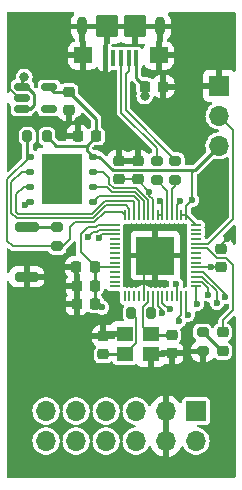
<source format=gbr>
%TF.GenerationSoftware,KiCad,Pcbnew,7.0.9-7.0.9~ubuntu22.04.1*%
%TF.CreationDate,2023-12-01T21:26:12+01:00*%
%TF.ProjectId,rp2040_pmod,72703230-3430-45f7-906d-6f642e6b6963,rev?*%
%TF.SameCoordinates,Original*%
%TF.FileFunction,Copper,L1,Top*%
%TF.FilePolarity,Positive*%
%FSLAX46Y46*%
G04 Gerber Fmt 4.6, Leading zero omitted, Abs format (unit mm)*
G04 Created by KiCad (PCBNEW 7.0.9-7.0.9~ubuntu22.04.1) date 2023-12-01 21:26:12*
%MOMM*%
%LPD*%
G01*
G04 APERTURE LIST*
G04 Aperture macros list*
%AMRoundRect*
0 Rectangle with rounded corners*
0 $1 Rounding radius*
0 $2 $3 $4 $5 $6 $7 $8 $9 X,Y pos of 4 corners*
0 Add a 4 corners polygon primitive as box body*
4,1,4,$2,$3,$4,$5,$6,$7,$8,$9,$2,$3,0*
0 Add four circle primitives for the rounded corners*
1,1,$1+$1,$2,$3*
1,1,$1+$1,$4,$5*
1,1,$1+$1,$6,$7*
1,1,$1+$1,$8,$9*
0 Add four rect primitives between the rounded corners*
20,1,$1+$1,$2,$3,$4,$5,0*
20,1,$1+$1,$4,$5,$6,$7,0*
20,1,$1+$1,$6,$7,$8,$9,0*
20,1,$1+$1,$8,$9,$2,$3,0*%
G04 Aperture macros list end*
%TA.AperFunction,SMDPad,CuDef*%
%ADD10R,1.400000X1.200000*%
%TD*%
%TA.AperFunction,SMDPad,CuDef*%
%ADD11RoundRect,0.225000X-0.250000X0.225000X-0.250000X-0.225000X0.250000X-0.225000X0.250000X0.225000X0*%
%TD*%
%TA.AperFunction,SMDPad,CuDef*%
%ADD12RoundRect,0.200000X0.800000X-0.200000X0.800000X0.200000X-0.800000X0.200000X-0.800000X-0.200000X0*%
%TD*%
%TA.AperFunction,SMDPad,CuDef*%
%ADD13RoundRect,0.225000X0.225000X0.250000X-0.225000X0.250000X-0.225000X-0.250000X0.225000X-0.250000X0*%
%TD*%
%TA.AperFunction,SMDPad,CuDef*%
%ADD14RoundRect,0.100000X0.100000X0.575000X-0.100000X0.575000X-0.100000X-0.575000X0.100000X-0.575000X0*%
%TD*%
%TA.AperFunction,ComponentPad*%
%ADD15O,0.900000X1.600000*%
%TD*%
%TA.AperFunction,SMDPad,CuDef*%
%ADD16RoundRect,0.250000X0.550000X0.450000X-0.550000X0.450000X-0.550000X-0.450000X0.550000X-0.450000X0*%
%TD*%
%TA.AperFunction,SMDPad,CuDef*%
%ADD17RoundRect,0.250000X0.700000X0.700000X-0.700000X0.700000X-0.700000X-0.700000X0.700000X-0.700000X0*%
%TD*%
%TA.AperFunction,SMDPad,CuDef*%
%ADD18RoundRect,0.200000X-0.200000X-0.275000X0.200000X-0.275000X0.200000X0.275000X-0.200000X0.275000X0*%
%TD*%
%TA.AperFunction,SMDPad,CuDef*%
%ADD19RoundRect,0.218750X0.256250X-0.218750X0.256250X0.218750X-0.256250X0.218750X-0.256250X-0.218750X0*%
%TD*%
%TA.AperFunction,ComponentPad*%
%ADD20R,1.700000X1.700000*%
%TD*%
%TA.AperFunction,ComponentPad*%
%ADD21O,1.700000X1.700000*%
%TD*%
%TA.AperFunction,SMDPad,CuDef*%
%ADD22RoundRect,0.125000X-0.250000X-0.125000X0.250000X-0.125000X0.250000X0.125000X-0.250000X0.125000X0*%
%TD*%
%TA.AperFunction,SMDPad,CuDef*%
%ADD23R,3.400000X4.300000*%
%TD*%
%TA.AperFunction,SMDPad,CuDef*%
%ADD24RoundRect,0.225000X-0.225000X-0.250000X0.225000X-0.250000X0.225000X0.250000X-0.225000X0.250000X0*%
%TD*%
%TA.AperFunction,SMDPad,CuDef*%
%ADD25RoundRect,0.225000X0.250000X-0.225000X0.250000X0.225000X-0.250000X0.225000X-0.250000X-0.225000X0*%
%TD*%
%TA.AperFunction,SMDPad,CuDef*%
%ADD26RoundRect,0.200000X-0.275000X0.200000X-0.275000X-0.200000X0.275000X-0.200000X0.275000X0.200000X0*%
%TD*%
%TA.AperFunction,SMDPad,CuDef*%
%ADD27RoundRect,0.200000X0.275000X-0.200000X0.275000X0.200000X-0.275000X0.200000X-0.275000X-0.200000X0*%
%TD*%
%TA.AperFunction,SMDPad,CuDef*%
%ADD28RoundRect,0.150000X-0.512500X-0.150000X0.512500X-0.150000X0.512500X0.150000X-0.512500X0.150000X0*%
%TD*%
%TA.AperFunction,SMDPad,CuDef*%
%ADD29RoundRect,0.050000X-0.387500X-0.050000X0.387500X-0.050000X0.387500X0.050000X-0.387500X0.050000X0*%
%TD*%
%TA.AperFunction,SMDPad,CuDef*%
%ADD30RoundRect,0.050000X-0.050000X-0.387500X0.050000X-0.387500X0.050000X0.387500X-0.050000X0.387500X0*%
%TD*%
%TA.AperFunction,SMDPad,CuDef*%
%ADD31R,3.200000X3.200000*%
%TD*%
%TA.AperFunction,ViaPad*%
%ADD32C,0.600000*%
%TD*%
%TA.AperFunction,ViaPad*%
%ADD33C,0.800000*%
%TD*%
%TA.AperFunction,Conductor*%
%ADD34C,0.200000*%
%TD*%
%TA.AperFunction,Conductor*%
%ADD35C,0.250000*%
%TD*%
%TA.AperFunction,Conductor*%
%ADD36C,0.127000*%
%TD*%
G04 APERTURE END LIST*
D10*
%TO.P,Y1,1,1*%
%TO.N,Net-(C3-Pad2)*%
X140300000Y-99250000D03*
%TO.P,Y1,2,2*%
%TO.N,GND*%
X142500000Y-99250000D03*
%TO.P,Y1,3,3*%
%TO.N,Net-(U1-XIN)*%
X142500000Y-97550000D03*
%TO.P,Y1,4,4*%
%TO.N,GND*%
X140300000Y-97550000D03*
%TD*%
D11*
%TO.P,C3,1*%
%TO.N,GND*%
X138500000Y-97725000D03*
%TO.P,C3,2*%
%TO.N,Net-(C3-Pad2)*%
X138500000Y-99275000D03*
%TD*%
D12*
%TO.P,SW1,1,1*%
%TO.N,GND*%
X132000000Y-92700000D03*
%TO.P,SW1,2,2*%
%TO.N,Net-(R5-Pad2)*%
X132000000Y-88500000D03*
%TD*%
D13*
%TO.P,C1,1*%
%TO.N,+3V3*%
X137875000Y-80800000D03*
%TO.P,C1,2*%
%TO.N,GND*%
X136325000Y-80800000D03*
%TD*%
D14*
%TO.P,J2,1,VBUS*%
%TO.N,+5V*%
X141300000Y-74180000D03*
%TO.P,J2,2,D-*%
%TO.N,Net-(J2-D-)*%
X140650000Y-74180000D03*
%TO.P,J2,3,D+*%
%TO.N,Net-(J2-D+)*%
X140000000Y-74180000D03*
%TO.P,J2,4,ID*%
%TO.N,unconnected-(J2-ID-Pad4)*%
X139350000Y-74180000D03*
%TO.P,J2,5,GND*%
%TO.N,GND*%
X138700000Y-74180000D03*
D15*
%TO.P,J2,6,Shield*%
X143300000Y-71505000D03*
D16*
X143200000Y-73955000D03*
D17*
X141200000Y-71505000D03*
X138800000Y-71505000D03*
D16*
X136800000Y-73955000D03*
D15*
X136700000Y-71505000D03*
%TD*%
D18*
%TO.P,R4,1*%
%TO.N,FLASH_CS*%
X132075000Y-80800000D03*
%TO.P,R4,2*%
%TO.N,+3V3*%
X133725000Y-80800000D03*
%TD*%
D19*
%TO.P,D1,1,K*%
%TO.N,Net-(D1-K)*%
X148600000Y-98987500D03*
%TO.P,D1,2,A*%
%TO.N,Net-(D1-A)*%
X148600000Y-97412500D03*
%TD*%
D20*
%TO.P,J3,1,Pin_1*%
%TO.N,GND*%
X148300000Y-76520000D03*
D21*
%TO.P,J3,2,Pin_2*%
%TO.N,ADC*%
X148300000Y-79060000D03*
%TO.P,J3,3,Pin_3*%
%TO.N,+3V3*%
X148300000Y-81600000D03*
%TD*%
D22*
%TO.P,U2,1,~{CS}*%
%TO.N,FLASH_CS*%
X132260000Y-82520000D03*
%TO.P,U2,2,DO(IO1)*%
%TO.N,FLASH_SD1*%
X132260000Y-83790000D03*
%TO.P,U2,3,IO2*%
%TO.N,FLASH_SD2*%
X132260000Y-85060000D03*
%TO.P,U2,4,GND*%
%TO.N,GND*%
X132260000Y-86330000D03*
%TO.P,U2,5,DI(IO0)*%
%TO.N,FLASH_SD0*%
X137660000Y-86330000D03*
%TO.P,U2,6,CLK*%
%TO.N,FLASH_SCLK*%
X137660000Y-85060000D03*
%TO.P,U2,7,IO3*%
%TO.N,FLASH_SD3*%
X137660000Y-83790000D03*
%TO.P,U2,8,VCC*%
%TO.N,+3V3*%
X137660000Y-82520000D03*
D23*
%TO.P,U2,9,EP*%
%TO.N,GND*%
X134960000Y-84425000D03*
%TD*%
D24*
%TO.P,C7,1*%
%TO.N,GND*%
X136260000Y-93460000D03*
%TO.P,C7,2*%
%TO.N,+3V3*%
X137810000Y-93460000D03*
%TD*%
D11*
%TO.P,C4,1*%
%TO.N,GND*%
X141400000Y-82900000D03*
%TO.P,C4,2*%
%TO.N,+1V1*%
X141400000Y-84450000D03*
%TD*%
%TO.P,C9,1*%
%TO.N,GND*%
X148500000Y-90325000D03*
%TO.P,C9,2*%
%TO.N,+3V3*%
X148500000Y-91875000D03*
%TD*%
D25*
%TO.P,C2,1*%
%TO.N,GND*%
X144300000Y-99175000D03*
%TO.P,C2,2*%
%TO.N,Net-(U1-XIN)*%
X144300000Y-97625000D03*
%TD*%
D20*
%TO.P,J1,1,Pin_1*%
%TO.N,unconnected-(J1-Pin_1-Pad1)*%
X146350000Y-104060000D03*
D21*
%TO.P,J1,2,Pin_2*%
%TO.N,unconnected-(J1-Pin_2-Pad2)*%
X146350000Y-106600000D03*
%TO.P,J1,3,Pin_3*%
%TO.N,GND*%
X143810000Y-104060000D03*
%TO.P,J1,4,Pin_4*%
X143810000Y-106600000D03*
%TO.P,J1,5,Pin_5*%
%TO.N,PMOD5*%
X141270000Y-104060000D03*
%TO.P,J1,6,Pin_6*%
%TO.N,PMOD6*%
X141270000Y-106600000D03*
%TO.P,J1,7,Pin_7*%
%TO.N,PMOD3*%
X138730000Y-104060000D03*
%TO.P,J1,8,Pin_8*%
%TO.N,PMOD4*%
X138730000Y-106600000D03*
%TO.P,J1,9,Pin_9*%
%TO.N,PMOD1*%
X136190000Y-104060000D03*
%TO.P,J1,10,Pin_10*%
%TO.N,PMOD2*%
X136190000Y-106600000D03*
%TO.P,J1,11,Pin_11*%
%TO.N,UART_TX*%
X133650000Y-104060000D03*
%TO.P,J1,12,Pin_12*%
%TO.N,UART_RX*%
X133650000Y-106600000D03*
%TD*%
D26*
%TO.P,R1,1*%
%TO.N,Net-(J2-D+)*%
X143000000Y-82875000D03*
%TO.P,R1,2*%
%TO.N,Net-(U1-USB_DP)*%
X143000000Y-84525000D03*
%TD*%
D11*
%TO.P,C5,1*%
%TO.N,GND*%
X139800000Y-82900000D03*
%TO.P,C5,2*%
%TO.N,+1V1*%
X139800000Y-84450000D03*
%TD*%
D25*
%TO.P,C11,1*%
%TO.N,GND*%
X135600000Y-78575000D03*
%TO.P,C11,2*%
%TO.N,+3V3*%
X135600000Y-77025000D03*
%TD*%
D26*
%TO.P,R2,1*%
%TO.N,Net-(J2-D-)*%
X144600000Y-82875000D03*
%TO.P,R2,2*%
%TO.N,Net-(U1-USB_DM)*%
X144600000Y-84525000D03*
%TD*%
D13*
%TO.P,C10,1*%
%TO.N,GND*%
X143575000Y-76600000D03*
%TO.P,C10,2*%
%TO.N,+5V*%
X142025000Y-76600000D03*
%TD*%
D27*
%TO.P,R6,1*%
%TO.N,GND*%
X146900000Y-99025000D03*
%TO.P,R6,2*%
%TO.N,Net-(D1-K)*%
X146900000Y-97375000D03*
%TD*%
%TO.P,R5,1*%
%TO.N,FLASH_CS*%
X134600000Y-90125000D03*
%TO.P,R5,2*%
%TO.N,Net-(R5-Pad2)*%
X134600000Y-88475000D03*
%TD*%
D24*
%TO.P,C6,1*%
%TO.N,GND*%
X136225000Y-91900000D03*
%TO.P,C6,2*%
%TO.N,+3V3*%
X137775000Y-91900000D03*
%TD*%
D18*
%TO.P,R3,1*%
%TO.N,Net-(C3-Pad2)*%
X140875000Y-95800000D03*
%TO.P,R3,2*%
%TO.N,Net-(U1-XOUT)*%
X142525000Y-95800000D03*
%TD*%
D28*
%TO.P,U3,1,IN*%
%TO.N,+5V*%
X131625000Y-76600000D03*
%TO.P,U3,2,GND*%
%TO.N,GND*%
X131625000Y-77550000D03*
%TO.P,U3,3,EN*%
%TO.N,+5V*%
X131625000Y-78500000D03*
%TO.P,U3,4,BP*%
%TO.N,unconnected-(U3-BP-Pad4)*%
X133900000Y-78500000D03*
%TO.P,U3,5,OUT*%
%TO.N,+3V3*%
X133900000Y-76600000D03*
%TD*%
D24*
%TO.P,C8,1*%
%TO.N,GND*%
X136250000Y-95000000D03*
%TO.P,C8,2*%
%TO.N,+3V3*%
X137800000Y-95000000D03*
%TD*%
D29*
%TO.P,U1,1,IOVDD*%
%TO.N,+3V3*%
X139462500Y-88300000D03*
%TO.P,U1,2,GPIO0*%
%TO.N,UART_TX*%
X139462500Y-88700000D03*
%TO.P,U1,3,GPIO1*%
%TO.N,UART_RX*%
X139462500Y-89100000D03*
%TO.P,U1,4,GPIO2*%
%TO.N,unconnected-(U1-GPIO2-Pad4)*%
X139462500Y-89500000D03*
%TO.P,U1,5,GPIO3*%
%TO.N,unconnected-(U1-GPIO3-Pad5)*%
X139462500Y-89900000D03*
%TO.P,U1,6,GPIO4*%
%TO.N,unconnected-(U1-GPIO4-Pad6)*%
X139462500Y-90300000D03*
%TO.P,U1,7,GPIO5*%
%TO.N,unconnected-(U1-GPIO5-Pad7)*%
X139462500Y-90700000D03*
%TO.P,U1,8,GPIO6*%
%TO.N,unconnected-(U1-GPIO6-Pad8)*%
X139462500Y-91100000D03*
%TO.P,U1,9,GPIO7*%
%TO.N,unconnected-(U1-GPIO7-Pad9)*%
X139462500Y-91500000D03*
%TO.P,U1,10,IOVDD*%
%TO.N,+3V3*%
X139462500Y-91900000D03*
%TO.P,U1,11,GPIO8*%
%TO.N,unconnected-(U1-GPIO8-Pad11)*%
X139462500Y-92300000D03*
%TO.P,U1,12,GPIO9*%
%TO.N,unconnected-(U1-GPIO9-Pad12)*%
X139462500Y-92700000D03*
%TO.P,U1,13,GPIO10*%
%TO.N,unconnected-(U1-GPIO10-Pad13)*%
X139462500Y-93100000D03*
%TO.P,U1,14,GPIO11*%
%TO.N,unconnected-(U1-GPIO11-Pad14)*%
X139462500Y-93500000D03*
D30*
%TO.P,U1,15,GPIO12*%
%TO.N,unconnected-(U1-GPIO12-Pad15)*%
X140300000Y-94337500D03*
%TO.P,U1,16,GPIO13*%
%TO.N,unconnected-(U1-GPIO13-Pad16)*%
X140700000Y-94337500D03*
%TO.P,U1,17,GPIO14*%
%TO.N,unconnected-(U1-GPIO14-Pad17)*%
X141100000Y-94337500D03*
%TO.P,U1,18,GPIO15*%
%TO.N,unconnected-(U1-GPIO15-Pad18)*%
X141500000Y-94337500D03*
%TO.P,U1,19,TESTEN*%
%TO.N,GND*%
X141900000Y-94337500D03*
%TO.P,U1,20,XIN*%
%TO.N,Net-(U1-XIN)*%
X142300000Y-94337500D03*
%TO.P,U1,21,XOUT*%
%TO.N,Net-(U1-XOUT)*%
X142700000Y-94337500D03*
%TO.P,U1,22,IOVDD*%
%TO.N,+3V3*%
X143100000Y-94337500D03*
%TO.P,U1,23,DVDD*%
%TO.N,+1V1*%
X143500000Y-94337500D03*
%TO.P,U1,24,SWCLK*%
%TO.N,unconnected-(U1-SWCLK-Pad24)*%
X143900000Y-94337500D03*
%TO.P,U1,25,SWD*%
%TO.N,unconnected-(U1-SWD-Pad25)*%
X144300000Y-94337500D03*
%TO.P,U1,26,RUN*%
%TO.N,Net-(U1-RUN)*%
X144700000Y-94337500D03*
%TO.P,U1,27,GPIO16*%
%TO.N,PMOD1*%
X145100000Y-94337500D03*
%TO.P,U1,28,GPIO17*%
%TO.N,PMOD2*%
X145500000Y-94337500D03*
D29*
%TO.P,U1,29,GPIO18*%
%TO.N,PMOD3*%
X146337500Y-93500000D03*
%TO.P,U1,30,GPIO19*%
%TO.N,PMOD4*%
X146337500Y-93100000D03*
%TO.P,U1,31,GPIO20*%
%TO.N,PMOD5*%
X146337500Y-92700000D03*
%TO.P,U1,32,GPIO21*%
%TO.N,PMOD6*%
X146337500Y-92300000D03*
%TO.P,U1,33,IOVDD*%
%TO.N,+3V3*%
X146337500Y-91900000D03*
%TO.P,U1,34,GPIO22*%
%TO.N,unconnected-(U1-GPIO22-Pad34)*%
X146337500Y-91500000D03*
%TO.P,U1,35,GPIO23*%
%TO.N,unconnected-(U1-GPIO23-Pad35)*%
X146337500Y-91100000D03*
%TO.P,U1,36,GPIO24*%
%TO.N,unconnected-(U1-GPIO24-Pad36)*%
X146337500Y-90700000D03*
%TO.P,U1,37,GPIO25*%
%TO.N,Net-(D1-A)*%
X146337500Y-90300000D03*
%TO.P,U1,38,GPIO26_ADC0*%
%TO.N,ADC*%
X146337500Y-89900000D03*
%TO.P,U1,39,GPIO27_ADC1*%
%TO.N,unconnected-(U1-GPIO27_ADC1-Pad39)*%
X146337500Y-89500000D03*
%TO.P,U1,40,GPIO28_ADC2*%
%TO.N,unconnected-(U1-GPIO28_ADC2-Pad40)*%
X146337500Y-89100000D03*
%TO.P,U1,41,GPIO29_ADC3*%
%TO.N,unconnected-(U1-GPIO29_ADC3-Pad41)*%
X146337500Y-88700000D03*
%TO.P,U1,42,IOVDD*%
%TO.N,+3V3*%
X146337500Y-88300000D03*
D30*
%TO.P,U1,43,ADC_AVDD*%
X145500000Y-87462500D03*
%TO.P,U1,44,VREG_IN*%
X145100000Y-87462500D03*
%TO.P,U1,45,VREG_VOUT*%
%TO.N,+1V1*%
X144700000Y-87462500D03*
%TO.P,U1,46,USB_DM*%
%TO.N,Net-(U1-USB_DM)*%
X144300000Y-87462500D03*
%TO.P,U1,47,USB_DP*%
%TO.N,Net-(U1-USB_DP)*%
X143900000Y-87462500D03*
%TO.P,U1,48,USB_VDD*%
%TO.N,+3V3*%
X143500000Y-87462500D03*
%TO.P,U1,49,IOVDD*%
X143100000Y-87462500D03*
%TO.P,U1,50,DVDD*%
%TO.N,+1V1*%
X142700000Y-87462500D03*
%TO.P,U1,51,QSPI_SD3*%
%TO.N,FLASH_SD3*%
X142300000Y-87462500D03*
%TO.P,U1,52,QSPI_SCLK*%
%TO.N,FLASH_SCLK*%
X141900000Y-87462500D03*
%TO.P,U1,53,QSPI_SD0*%
%TO.N,FLASH_SD0*%
X141500000Y-87462500D03*
%TO.P,U1,54,QSPI_SD2*%
%TO.N,FLASH_SD2*%
X141100000Y-87462500D03*
%TO.P,U1,55,QSPI_SD1*%
%TO.N,FLASH_SD1*%
X140700000Y-87462500D03*
%TO.P,U1,56,QSPI_SS*%
%TO.N,FLASH_CS*%
X140300000Y-87462500D03*
D31*
%TO.P,U1,57,GND*%
%TO.N,GND*%
X142900000Y-90900000D03*
%TD*%
D32*
%TO.N,+3V3*%
X143456655Y-95800000D03*
X143337000Y-86300000D03*
X146000000Y-86200000D03*
X138400000Y-95300000D03*
X147600000Y-91900000D03*
D33*
%TO.N,GND*%
X141800000Y-92000000D03*
D32*
X147100000Y-84500000D03*
X147300000Y-86100000D03*
D33*
X144000000Y-92000000D03*
D32*
X136100000Y-82900000D03*
X133700000Y-82900000D03*
D33*
X144000000Y-89800000D03*
D32*
X148500000Y-84500000D03*
X131900000Y-86600000D03*
X136100000Y-86000000D03*
D33*
X136400000Y-79500000D03*
D32*
X133700000Y-86000000D03*
X148500000Y-86100000D03*
D33*
X141800000Y-89800000D03*
D32*
X149000000Y-89500000D03*
%TO.N,Net-(U1-RUN)*%
X144625000Y-93300000D03*
D33*
%TO.N,+5V*%
X142000000Y-77400000D03*
X131800000Y-75800000D03*
D32*
%TO.N,+1V1*%
X144181249Y-95462112D03*
X144981565Y-86299500D03*
X142398102Y-85501898D03*
%TO.N,UART_TX*%
X137223911Y-89323911D03*
%TO.N,UART_RX*%
X138111650Y-89445127D03*
%TO.N,PMOD1*%
X144880611Y-96459102D03*
%TO.N,PMOD2*%
X145663000Y-95900000D03*
%TO.N,PMOD3*%
X146400000Y-95000000D03*
%TO.N,PMOD4*%
X147400000Y-94200000D03*
%TO.N,PMOD5*%
X148100000Y-94900000D03*
%TO.N,PMOD6*%
X148800000Y-94400000D03*
%TD*%
D34*
%TO.N,+3V3*%
X148475000Y-91900000D02*
X148500000Y-91875000D01*
X139462500Y-91900000D02*
X137775000Y-91900000D01*
X146000000Y-86200000D02*
X146000000Y-83900000D01*
X146337500Y-88300000D02*
X145500000Y-87462500D01*
X143500000Y-86463000D02*
X143337000Y-86300000D01*
X146000000Y-86200000D02*
X145500000Y-86700000D01*
X137775000Y-91775000D02*
X137775000Y-91900000D01*
D35*
X139315948Y-83675000D02*
X146225000Y-83675000D01*
X137075000Y-81600000D02*
X137875000Y-80800000D01*
D34*
X138056849Y-88300000D02*
X137856849Y-88500000D01*
D35*
X137660000Y-82520000D02*
X138160948Y-82520000D01*
X134525000Y-81600000D02*
X137075000Y-81600000D01*
X137660000Y-82520000D02*
X137075000Y-81935000D01*
X138160948Y-82520000D02*
X139315948Y-83675000D01*
X137875000Y-79300000D02*
X135600000Y-77025000D01*
D34*
X137856849Y-88500000D02*
X137200000Y-88500000D01*
D35*
X133725000Y-80800000D02*
X134525000Y-81600000D01*
D34*
X143456655Y-95544007D02*
X143100000Y-95187352D01*
X143500000Y-87462500D02*
X143500000Y-86463000D01*
D35*
X138100000Y-95000000D02*
X138400000Y-95300000D01*
D34*
X145100000Y-87462500D02*
X145500000Y-87462500D01*
D35*
X134325000Y-77025000D02*
X133900000Y-76600000D01*
X137800000Y-95000000D02*
X138100000Y-95000000D01*
X137875000Y-80800000D02*
X137875000Y-79300000D01*
D34*
X143100000Y-95187352D02*
X143100000Y-94337500D01*
D35*
X137075000Y-81935000D02*
X137075000Y-81600000D01*
D34*
X143456655Y-95800000D02*
X143456655Y-95544007D01*
X146337500Y-91900000D02*
X147600000Y-91900000D01*
X145500000Y-86700000D02*
X145500000Y-87462500D01*
X136600000Y-89100000D02*
X136600000Y-90600000D01*
X143100000Y-87462500D02*
X143500000Y-87462500D01*
D35*
X146225000Y-83675000D02*
X148300000Y-81600000D01*
D34*
X139462500Y-88300000D02*
X138056849Y-88300000D01*
D35*
X137800000Y-91925000D02*
X137775000Y-91900000D01*
D34*
X137200000Y-88500000D02*
X136600000Y-89100000D01*
X147600000Y-91900000D02*
X148475000Y-91900000D01*
D35*
X135600000Y-77025000D02*
X134325000Y-77025000D01*
D34*
X136600000Y-90600000D02*
X137775000Y-91775000D01*
D35*
X137800000Y-95000000D02*
X137800000Y-91925000D01*
D34*
X146000000Y-83900000D02*
X148300000Y-81600000D01*
D36*
%TO.N,GND*%
X148500000Y-90000000D02*
X149000000Y-89500000D01*
X130600000Y-76826434D02*
X130600000Y-75200000D01*
X131625000Y-77550000D02*
X131323566Y-77550000D01*
D35*
X138875000Y-97350000D02*
X138500000Y-97725000D01*
D36*
X141900000Y-94337500D02*
X141900000Y-92100000D01*
D35*
X140300000Y-97350000D02*
X138875000Y-97350000D01*
D36*
X141900000Y-92100000D02*
X141800000Y-92000000D01*
X131323566Y-77550000D02*
X130600000Y-76826434D01*
X148500000Y-90325000D02*
X148500000Y-90000000D01*
D35*
%TO.N,Net-(U1-XIN)*%
X144300000Y-97625000D02*
X142775000Y-97625000D01*
D36*
X141861500Y-96911500D02*
X142500000Y-97550000D01*
X142400000Y-97250000D02*
X142500000Y-97350000D01*
X142300000Y-94819742D02*
X141861500Y-95258242D01*
X142300000Y-94337500D02*
X142300000Y-94819742D01*
X141861500Y-95258242D02*
X141861500Y-96911500D01*
D35*
X142775000Y-97625000D02*
X142500000Y-97350000D01*
D36*
%TO.N,Net-(C3-Pad2)*%
X141263500Y-96188500D02*
X140875000Y-95800000D01*
D35*
X138500000Y-99275000D02*
X140075000Y-99275000D01*
X140575000Y-99325000D02*
X140300000Y-99050000D01*
D36*
X141263500Y-98286500D02*
X141263500Y-96188500D01*
D35*
X140075000Y-99275000D02*
X140300000Y-99050000D01*
D36*
X140300000Y-99250000D02*
X141263500Y-98286500D01*
%TO.N,Net-(U1-RUN)*%
X144700000Y-94337500D02*
X144700000Y-93375000D01*
X144700000Y-93375000D02*
X144625000Y-93300000D01*
%TO.N,Net-(J2-D+)*%
X140000000Y-74180000D02*
X140000000Y-78800000D01*
X140000000Y-78800000D02*
X143000000Y-81800000D01*
X143000000Y-81800000D02*
X143000000Y-82875000D01*
%TO.N,Net-(U1-USB_DP)*%
X143900000Y-85425000D02*
X143000000Y-84525000D01*
X143900000Y-87462500D02*
X143900000Y-85425000D01*
%TO.N,Net-(J2-D-)*%
X140400000Y-75500000D02*
X140650000Y-75250000D01*
X144600000Y-82800000D02*
X140400000Y-78600000D01*
X144600000Y-82875000D02*
X144600000Y-82800000D01*
X140400000Y-78600000D02*
X140400000Y-75500000D01*
X140650000Y-75250000D02*
X140650000Y-74180000D01*
%TO.N,Net-(U1-USB_DM)*%
X144300000Y-85300000D02*
X144600000Y-85000000D01*
X144600000Y-85000000D02*
X144600000Y-84525000D01*
X144300000Y-87462500D02*
X144300000Y-85300000D01*
%TO.N,Net-(U1-XOUT)*%
X142700000Y-94337500D02*
X142700000Y-95525000D01*
X142700000Y-95525000D02*
X142425000Y-95800000D01*
%TO.N,FLASH_SD3*%
X139377922Y-85200000D02*
X141300000Y-85200000D01*
X137660000Y-83790000D02*
X138490000Y-83790000D01*
X138490000Y-83790000D02*
X139000000Y-84300000D01*
X141300000Y-85200000D02*
X142300000Y-86200000D01*
X142300000Y-86200000D02*
X142300000Y-87462500D01*
X139000000Y-84822078D02*
X139377922Y-85200000D01*
X139000000Y-84300000D02*
X139000000Y-84822078D01*
%TO.N,FLASH_SCLK*%
X141168776Y-85531224D02*
X139246698Y-85531224D01*
X141900000Y-86262448D02*
X141168776Y-85531224D01*
X138775474Y-85060000D02*
X137660000Y-85060000D01*
X139246698Y-85531224D02*
X138775474Y-85060000D01*
X141900000Y-87462500D02*
X141900000Y-86262448D01*
%TO.N,FLASH_SD0*%
X141075104Y-85900000D02*
X138090000Y-85900000D01*
X141500000Y-87462500D02*
X141500000Y-86324896D01*
X138090000Y-85900000D02*
X137660000Y-86330000D01*
X141500000Y-86324896D02*
X141075104Y-85900000D01*
%TO.N,FLASH_SD2*%
X137517886Y-87400000D02*
X131300000Y-87400000D01*
X131100000Y-85700000D02*
X131740000Y-85060000D01*
X141000000Y-86300000D02*
X138617886Y-86300000D01*
X131740000Y-85060000D02*
X132260000Y-85060000D01*
X138617886Y-86300000D02*
X137517886Y-87400000D01*
X141100000Y-87462500D02*
X141100000Y-86400000D01*
X131100000Y-87200000D02*
X131100000Y-85700000D01*
X131300000Y-87400000D02*
X131100000Y-87200000D01*
X141100000Y-86400000D02*
X141000000Y-86300000D01*
%TO.N,FLASH_SD1*%
X130700000Y-87262448D02*
X130700000Y-84700000D01*
X138753334Y-86627000D02*
X137653334Y-87727000D01*
X140700000Y-86927000D02*
X140400000Y-86627000D01*
X130700000Y-84700000D02*
X131610000Y-83790000D01*
X131610000Y-83790000D02*
X132260000Y-83790000D01*
X140400000Y-86627000D02*
X138753334Y-86627000D01*
X137653334Y-87727000D02*
X131164552Y-87727000D01*
X131164552Y-87727000D02*
X130700000Y-87262448D01*
X140700000Y-87462500D02*
X140700000Y-86927000D01*
%TO.N,FLASH_CS*%
X135075000Y-90125000D02*
X134600000Y-90125000D01*
X137742782Y-88100000D02*
X136100000Y-88100000D01*
X135700000Y-88500000D02*
X135700000Y-89500000D01*
X136100000Y-88100000D02*
X135700000Y-88500000D01*
X132260000Y-82520000D02*
X130373000Y-84407000D01*
X135700000Y-89500000D02*
X135075000Y-90125000D01*
D35*
X132075000Y-80800000D02*
X132075000Y-82335000D01*
X132075000Y-82335000D02*
X132260000Y-82520000D01*
D36*
X130373000Y-89673000D02*
X130825000Y-90125000D01*
X130825000Y-90125000D02*
X134600000Y-90125000D01*
X130373000Y-84407000D02*
X130373000Y-89673000D01*
X140037500Y-87200000D02*
X138642782Y-87200000D01*
X138642782Y-87200000D02*
X137742782Y-88100000D01*
X140300000Y-87462500D02*
X140037500Y-87200000D01*
D35*
X132260000Y-80985000D02*
X132075000Y-80800000D01*
%TO.N,+5V*%
X132300000Y-78500000D02*
X131625000Y-78500000D01*
X131625000Y-76600000D02*
X132013408Y-76600000D01*
X142025000Y-77375000D02*
X142000000Y-77400000D01*
X132013408Y-76600000D02*
X132612500Y-77199092D01*
X131625000Y-76600000D02*
X131625000Y-75975000D01*
X141300000Y-74180000D02*
X141300000Y-75875000D01*
X141300000Y-75875000D02*
X142025000Y-76600000D01*
X131625000Y-75975000D02*
X131800000Y-75800000D01*
X132612500Y-77199092D02*
X132612500Y-78187500D01*
X142025000Y-76600000D02*
X142025000Y-77375000D01*
X132612500Y-78187500D02*
X132300000Y-78500000D01*
D36*
%TO.N,+1V1*%
X139800000Y-84450000D02*
X141400000Y-84450000D01*
X144700000Y-86581065D02*
X144700000Y-87462500D01*
X143500000Y-94900000D02*
X144100000Y-95500000D01*
X144981565Y-86299500D02*
X144700000Y-86581065D01*
X142398102Y-85501898D02*
X142398102Y-85835654D01*
X144100000Y-95500000D02*
X144137888Y-95462112D01*
X143500000Y-94337500D02*
X143500000Y-94900000D01*
X141400000Y-84450000D02*
X141400000Y-84503796D01*
X144137888Y-95462112D02*
X144181249Y-95462112D01*
X141400000Y-84503796D02*
X142398102Y-85501898D01*
X142700000Y-86137552D02*
X142700000Y-87462500D01*
X142398102Y-85835654D02*
X142700000Y-86137552D01*
%TO.N,ADC*%
X146337500Y-89900000D02*
X147400000Y-89900000D01*
X147400000Y-89900000D02*
X149500000Y-87800000D01*
X149500000Y-80260000D02*
X148300000Y-79060000D01*
X149500000Y-87800000D02*
X149500000Y-80260000D01*
D35*
%TO.N,Net-(R5-Pad2)*%
X132025000Y-88475000D02*
X132000000Y-88500000D01*
X134600000Y-88475000D02*
X132025000Y-88475000D01*
%TO.N,Net-(D1-K)*%
X148600000Y-98987500D02*
X148512500Y-98987500D01*
X148512500Y-98987500D02*
X146900000Y-97375000D01*
D36*
%TO.N,UART_TX*%
X137647822Y-88900000D02*
X137970916Y-88900000D01*
X138170916Y-88700000D02*
X139462500Y-88700000D01*
X137223911Y-89323911D02*
X137647822Y-88900000D01*
X137970916Y-88900000D02*
X138170916Y-88700000D01*
%TO.N,UART_RX*%
X138366523Y-89100000D02*
X138111650Y-89354873D01*
X139462500Y-89100000D02*
X138366523Y-89100000D01*
X138111650Y-89354873D02*
X138111650Y-89445127D01*
%TO.N,PMOD1*%
X144700000Y-96300000D02*
X144859102Y-96459102D01*
X145100000Y-94337500D02*
X145100000Y-95900000D01*
X145100000Y-95900000D02*
X144700000Y-96300000D01*
X144859102Y-96459102D02*
X144880611Y-96459102D01*
%TO.N,PMOD2*%
X145500000Y-95737000D02*
X145663000Y-95900000D01*
X145500000Y-94337500D02*
X145500000Y-95737000D01*
%TO.N,PMOD3*%
X146337500Y-93500000D02*
X146337500Y-94937500D01*
X146337500Y-94937500D02*
X146400000Y-95000000D01*
%TO.N,PMOD4*%
X146819742Y-93100000D02*
X147400000Y-93680258D01*
X146337500Y-93100000D02*
X146819742Y-93100000D01*
X147400000Y-93680258D02*
X147400000Y-94200000D01*
%TO.N,PMOD5*%
X146337500Y-92700000D02*
X146882190Y-92700000D01*
X148100000Y-94300000D02*
X148100000Y-94900000D01*
X148100000Y-93917810D02*
X148100000Y-94300000D01*
X146882190Y-92700000D02*
X148100000Y-93917810D01*
%TO.N,PMOD6*%
X146944638Y-92300000D02*
X148422319Y-93777681D01*
X148800000Y-94155362D02*
X148800000Y-94400000D01*
X148422319Y-93777681D02*
X148800000Y-94155362D01*
X146337500Y-92300000D02*
X146944638Y-92300000D01*
%TO.N,Net-(D1-A)*%
X149500000Y-91702922D02*
X149500000Y-95500000D01*
X146337500Y-90300000D02*
X147302922Y-90300000D01*
X148897078Y-91100000D02*
X149500000Y-91702922D01*
X149500000Y-95500000D02*
X148600000Y-96400000D01*
X148600000Y-96400000D02*
X148600000Y-97412500D01*
X147302922Y-90300000D02*
X148102922Y-91100000D01*
X148102922Y-91100000D02*
X148897078Y-91100000D01*
%TD*%
%TA.AperFunction,Conductor*%
%TO.N,GND*%
G36*
X144060000Y-106164498D02*
G01*
X143952315Y-106115320D01*
X143845763Y-106100000D01*
X143774237Y-106100000D01*
X143667685Y-106115320D01*
X143560000Y-106164498D01*
X143560000Y-104495501D01*
X143667685Y-104544680D01*
X143774237Y-104560000D01*
X143845763Y-104560000D01*
X143952315Y-104544680D01*
X144060000Y-104495501D01*
X144060000Y-106164498D01*
G37*
%TD.AperFunction*%
%TA.AperFunction,Conductor*%
G36*
X136168297Y-89731399D02*
G01*
X136198032Y-89794625D01*
X136199500Y-89813646D01*
X136199500Y-90663429D01*
X136199501Y-90663439D01*
X136206346Y-90684507D01*
X136210887Y-90703418D01*
X136214354Y-90725304D01*
X136214354Y-90725305D01*
X136224240Y-90744707D01*
X136237135Y-90813377D01*
X136210857Y-90878117D01*
X136153750Y-90918373D01*
X136113755Y-90925000D01*
X135951693Y-90925000D01*
X135951676Y-90925001D01*
X135852392Y-90935144D01*
X135691518Y-90988452D01*
X135691507Y-90988457D01*
X135547271Y-91077424D01*
X135547267Y-91077427D01*
X135427427Y-91197267D01*
X135427424Y-91197271D01*
X135338457Y-91341507D01*
X135338452Y-91341518D01*
X135285144Y-91502393D01*
X135275000Y-91601677D01*
X135275000Y-91650000D01*
X136351000Y-91650000D01*
X136418039Y-91669685D01*
X136463794Y-91722489D01*
X136475000Y-91774000D01*
X136475000Y-92446096D01*
X136507166Y-92505004D01*
X136510000Y-92531362D01*
X136510000Y-94413638D01*
X136500000Y-94447693D01*
X136500000Y-95974999D01*
X136523308Y-95974999D01*
X136523322Y-95974998D01*
X136622607Y-95964855D01*
X136783481Y-95911547D01*
X136783492Y-95911542D01*
X136927728Y-95822575D01*
X136927732Y-95822572D01*
X137047573Y-95702731D01*
X137057081Y-95687317D01*
X137109029Y-95640592D01*
X137177991Y-95629369D01*
X137237544Y-95653608D01*
X137315025Y-95712364D01*
X137449410Y-95765359D01*
X137533856Y-95775500D01*
X137991162Y-95775500D01*
X138058201Y-95795185D01*
X138066635Y-95801114D01*
X138097159Y-95824536D01*
X138097162Y-95824537D01*
X138097163Y-95824538D01*
X138170198Y-95854790D01*
X138243238Y-95885044D01*
X138321619Y-95895363D01*
X138399999Y-95905682D01*
X138400000Y-95905682D01*
X138400001Y-95905682D01*
X138452254Y-95898802D01*
X138556762Y-95885044D01*
X138702841Y-95824536D01*
X138828282Y-95728282D01*
X138924536Y-95602841D01*
X138985044Y-95456762D01*
X139005682Y-95300000D01*
X139003400Y-95282669D01*
X138985044Y-95143239D01*
X138985044Y-95143238D01*
X138924536Y-94997159D01*
X138828282Y-94871718D01*
X138702841Y-94775464D01*
X138617956Y-94740303D01*
X138563554Y-94696463D01*
X138542294Y-94640525D01*
X138540359Y-94624412D01*
X138540359Y-94624410D01*
X138487364Y-94490025D01*
X138487363Y-94490024D01*
X138487363Y-94490023D01*
X138400077Y-94374921D01*
X138344262Y-94332594D01*
X138302739Y-94276402D01*
X138298188Y-94206680D01*
X138332053Y-94145567D01*
X138344258Y-94134990D01*
X138410078Y-94085078D01*
X138497364Y-93969975D01*
X138550359Y-93835590D01*
X138554343Y-93802413D01*
X138581878Y-93738201D01*
X138639759Y-93699066D01*
X138709610Y-93697438D01*
X138769253Y-93733832D01*
X138779236Y-93748547D01*
X138779832Y-93748122D01*
X138785802Y-93756484D01*
X138868514Y-93839196D01*
X138868515Y-93839196D01*
X138868517Y-93839198D01*
X138973607Y-93890573D01*
X139007673Y-93895536D01*
X139041739Y-93900500D01*
X139775500Y-93900500D01*
X139842539Y-93920185D01*
X139888294Y-93972989D01*
X139899500Y-94024500D01*
X139899500Y-94758260D01*
X139909426Y-94826391D01*
X139960803Y-94931485D01*
X140043514Y-95014196D01*
X140043515Y-95014196D01*
X140043517Y-95014198D01*
X140148607Y-95065573D01*
X140163248Y-95067706D01*
X140226748Y-95096847D01*
X140264413Y-95155695D01*
X140264284Y-95225565D01*
X140244640Y-95264719D01*
X140231206Y-95282665D01*
X140231202Y-95282671D01*
X140180910Y-95417513D01*
X140180909Y-95417517D01*
X140174500Y-95477127D01*
X140174500Y-95477134D01*
X140174500Y-95477135D01*
X140174500Y-96122870D01*
X140174501Y-96122876D01*
X140180908Y-96182483D01*
X140218275Y-96282667D01*
X140223259Y-96352359D01*
X140189774Y-96413682D01*
X140128451Y-96447166D01*
X140102093Y-96450000D01*
X139552155Y-96450000D01*
X139492627Y-96456401D01*
X139492620Y-96456403D01*
X139357913Y-96506645D01*
X139357906Y-96506649D01*
X139242812Y-96592809D01*
X139242809Y-96592812D01*
X139156649Y-96707906D01*
X139156644Y-96707916D01*
X139144272Y-96741086D01*
X139102400Y-96797019D01*
X139036935Y-96821435D01*
X138989088Y-96815457D01*
X138897608Y-96785144D01*
X138798322Y-96775000D01*
X138750000Y-96775000D01*
X138750000Y-97475000D01*
X139060000Y-97475000D01*
X139060000Y-97424000D01*
X139079685Y-97356961D01*
X139132489Y-97311206D01*
X139184000Y-97300000D01*
X140426000Y-97300000D01*
X140493039Y-97319685D01*
X140538794Y-97372489D01*
X140550000Y-97424000D01*
X140550000Y-97676000D01*
X140530315Y-97743039D01*
X140477511Y-97788794D01*
X140426000Y-97800000D01*
X139515000Y-97800000D01*
X139515000Y-97851000D01*
X139495315Y-97918039D01*
X139442511Y-97963794D01*
X139391000Y-97975000D01*
X137525001Y-97975000D01*
X137525001Y-97998322D01*
X137535144Y-98097607D01*
X137588452Y-98258481D01*
X137588457Y-98258492D01*
X137677424Y-98402728D01*
X137677427Y-98402732D01*
X137797268Y-98522573D01*
X137812684Y-98532082D01*
X137859408Y-98584031D01*
X137870629Y-98652994D01*
X137846390Y-98712545D01*
X137787636Y-98790023D01*
X137734640Y-98924411D01*
X137733224Y-98936206D01*
X137724500Y-99008856D01*
X137724500Y-99541144D01*
X137728070Y-99570870D01*
X137734640Y-99625588D01*
X137787636Y-99759976D01*
X137874921Y-99875078D01*
X137990023Y-99962363D01*
X137990024Y-99962363D01*
X137990025Y-99962364D01*
X138124410Y-100015359D01*
X138208856Y-100025500D01*
X138208862Y-100025500D01*
X138791138Y-100025500D01*
X138791144Y-100025500D01*
X138875590Y-100015359D01*
X139009975Y-99962364D01*
X139118078Y-99880385D01*
X139183389Y-99855562D01*
X139251753Y-99869989D01*
X139301465Y-99919087D01*
X139306438Y-99929103D01*
X139347793Y-100022764D01*
X139347794Y-100022765D01*
X139427235Y-100102206D01*
X139530009Y-100147585D01*
X139555135Y-100150500D01*
X141044864Y-100150499D01*
X141044879Y-100150497D01*
X141044882Y-100150497D01*
X141069987Y-100147586D01*
X141069988Y-100147585D01*
X141069991Y-100147585D01*
X141172765Y-100102206D01*
X141181067Y-100093903D01*
X141242385Y-100060420D01*
X141312077Y-100065402D01*
X141368012Y-100107272D01*
X141368013Y-100107273D01*
X141442812Y-100207190D01*
X141557906Y-100293350D01*
X141557913Y-100293354D01*
X141692620Y-100343596D01*
X141692627Y-100343598D01*
X141752155Y-100349999D01*
X141752172Y-100350000D01*
X142250000Y-100350000D01*
X142750000Y-100350000D01*
X143247828Y-100350000D01*
X143247844Y-100349999D01*
X143307372Y-100343598D01*
X143307379Y-100343596D01*
X143442086Y-100293354D01*
X143442093Y-100293350D01*
X143557187Y-100207190D01*
X143557188Y-100207189D01*
X143627671Y-100113036D01*
X143683604Y-100071164D01*
X143753296Y-100066180D01*
X143765942Y-100069640D01*
X143902393Y-100114855D01*
X144001683Y-100124999D01*
X144049999Y-100124998D01*
X144050000Y-100124998D01*
X144050000Y-99425000D01*
X144550000Y-99425000D01*
X144550000Y-100124999D01*
X144598308Y-100124999D01*
X144598322Y-100124998D01*
X144697607Y-100114855D01*
X144858481Y-100061547D01*
X144858492Y-100061542D01*
X145002728Y-99972575D01*
X145002732Y-99972572D01*
X145122572Y-99852732D01*
X145122575Y-99852728D01*
X145211542Y-99708492D01*
X145211547Y-99708481D01*
X145264855Y-99547606D01*
X145274999Y-99448322D01*
X145275000Y-99448309D01*
X145275000Y-99425000D01*
X144550000Y-99425000D01*
X144050000Y-99425000D01*
X143740000Y-99425000D01*
X143703681Y-99461319D01*
X143701609Y-99459247D01*
X143667511Y-99488794D01*
X143616000Y-99500000D01*
X142750000Y-99500000D01*
X142750000Y-100350000D01*
X142250000Y-100350000D01*
X142250000Y-99275000D01*
X145925001Y-99275000D01*
X145925001Y-99281582D01*
X145931408Y-99352102D01*
X145931409Y-99352107D01*
X145981981Y-99514396D01*
X146069927Y-99659877D01*
X146190122Y-99780072D01*
X146335604Y-99868019D01*
X146335603Y-99868019D01*
X146497894Y-99918590D01*
X146497892Y-99918590D01*
X146568418Y-99924999D01*
X146649999Y-99924998D01*
X146650000Y-99924998D01*
X146650000Y-99275000D01*
X145925001Y-99275000D01*
X142250000Y-99275000D01*
X142250000Y-99124000D01*
X142269685Y-99056961D01*
X142322489Y-99011206D01*
X142374000Y-99000000D01*
X143285000Y-99000000D01*
X143321319Y-98963681D01*
X143323390Y-98965752D01*
X143357489Y-98936206D01*
X143409000Y-98925000D01*
X145274999Y-98925000D01*
X145274999Y-98901692D01*
X145274998Y-98901677D01*
X145264855Y-98802392D01*
X145211547Y-98641518D01*
X145211542Y-98641507D01*
X145122575Y-98497271D01*
X145122572Y-98497267D01*
X145002731Y-98377426D01*
X144987314Y-98367917D01*
X144940590Y-98315969D01*
X144929369Y-98247006D01*
X144953606Y-98187457D01*
X145012364Y-98109975D01*
X145065359Y-97975590D01*
X145075500Y-97891144D01*
X145075500Y-97358856D01*
X145065359Y-97274410D01*
X145028093Y-97179912D01*
X145021813Y-97110327D01*
X145054150Y-97048391D01*
X145095997Y-97019863D01*
X145103549Y-97016735D01*
X145183452Y-96983638D01*
X145308893Y-96887384D01*
X145405147Y-96761943D01*
X145465655Y-96615864D01*
X145467090Y-96604961D01*
X145495355Y-96541065D01*
X145553678Y-96502593D01*
X145606214Y-96498206D01*
X145662999Y-96505682D01*
X145663000Y-96505682D01*
X145663001Y-96505682D01*
X145719786Y-96498206D01*
X145819762Y-96485044D01*
X145965841Y-96424536D01*
X146091282Y-96328282D01*
X146187536Y-96202841D01*
X146248044Y-96056762D01*
X146267162Y-95911547D01*
X146268682Y-95900001D01*
X146268682Y-95900000D01*
X146258747Y-95824536D01*
X146248044Y-95743238D01*
X146248042Y-95743235D01*
X146248027Y-95743115D01*
X146258792Y-95674079D01*
X146305172Y-95621823D01*
X146372441Y-95602938D01*
X146387140Y-95603989D01*
X146400000Y-95605682D01*
X146556762Y-95585044D01*
X146702841Y-95524536D01*
X146828282Y-95428282D01*
X146924536Y-95302841D01*
X146985044Y-95156762D01*
X147003813Y-95014196D01*
X147005682Y-95000001D01*
X147005682Y-94999999D01*
X146990082Y-94881507D01*
X147000847Y-94812472D01*
X147047227Y-94760216D01*
X147114496Y-94741331D01*
X147160468Y-94750759D01*
X147243238Y-94785044D01*
X147389010Y-94804235D01*
X147452907Y-94832501D01*
X147491378Y-94890826D01*
X147495764Y-94910988D01*
X147514956Y-95056761D01*
X147514956Y-95056762D01*
X147556376Y-95156760D01*
X147575464Y-95202841D01*
X147671718Y-95328282D01*
X147797159Y-95424536D01*
X147943238Y-95485044D01*
X148021619Y-95495363D01*
X148099999Y-95505682D01*
X148100000Y-95505682D01*
X148100001Y-95505682D01*
X148152254Y-95498802D01*
X148256762Y-95485044D01*
X148402841Y-95424536D01*
X148528282Y-95328282D01*
X148624536Y-95202841D01*
X148674641Y-95081876D01*
X148718480Y-95027474D01*
X148784774Y-95005409D01*
X148791872Y-95005747D01*
X148791872Y-95005682D01*
X148800001Y-95005682D01*
X148864739Y-94997159D01*
X148956762Y-94985044D01*
X148964548Y-94981818D01*
X149034016Y-94974350D01*
X149096496Y-95005625D01*
X149132148Y-95065714D01*
X149136000Y-95096380D01*
X149136000Y-95297863D01*
X149116315Y-95364902D01*
X149099681Y-95385544D01*
X148378396Y-96106828D01*
X148358544Y-96122951D01*
X148350059Y-96128495D01*
X148328998Y-96155551D01*
X148323922Y-96161301D01*
X148321299Y-96163925D01*
X148321285Y-96163941D01*
X148308122Y-96182375D01*
X148275444Y-96224359D01*
X148271815Y-96231063D01*
X148268464Y-96237919D01*
X148253278Y-96288925D01*
X148235999Y-96339260D01*
X148234746Y-96346768D01*
X148233800Y-96354354D01*
X148236000Y-96407521D01*
X148236000Y-96593681D01*
X148216315Y-96660720D01*
X148163511Y-96706475D01*
X148157512Y-96709026D01*
X148101486Y-96731120D01*
X148086865Y-96736886D01*
X147973132Y-96823132D01*
X147886886Y-96936865D01*
X147886885Y-96936867D01*
X147868490Y-96983513D01*
X147825583Y-97038656D01*
X147759675Y-97061848D01*
X147691691Y-97045727D01*
X147643215Y-96995409D01*
X147636954Y-96981353D01*
X147618798Y-96932673D01*
X147618793Y-96932664D01*
X147532547Y-96817455D01*
X147532544Y-96817452D01*
X147417335Y-96731206D01*
X147417328Y-96731202D01*
X147282486Y-96680910D01*
X147282485Y-96680909D01*
X147282483Y-96680909D01*
X147222873Y-96674500D01*
X147222863Y-96674500D01*
X146577129Y-96674500D01*
X146577123Y-96674501D01*
X146517516Y-96680908D01*
X146382671Y-96731202D01*
X146382664Y-96731206D01*
X146267455Y-96817452D01*
X146267452Y-96817455D01*
X146181206Y-96932664D01*
X146181202Y-96932671D01*
X146135263Y-97055842D01*
X146130909Y-97067517D01*
X146124500Y-97127127D01*
X146124500Y-97127134D01*
X146124500Y-97127135D01*
X146124500Y-97622870D01*
X146124501Y-97622876D01*
X146130908Y-97682483D01*
X146181202Y-97817328D01*
X146181206Y-97817335D01*
X146267452Y-97932544D01*
X146267455Y-97932547D01*
X146334995Y-97983108D01*
X146376866Y-98039042D01*
X146381850Y-98108733D01*
X146348364Y-98170056D01*
X146324834Y-98188491D01*
X146190122Y-98269927D01*
X146069927Y-98390122D01*
X145981980Y-98535604D01*
X145931409Y-98697893D01*
X145925000Y-98768427D01*
X145925000Y-98775000D01*
X147026000Y-98775000D01*
X147093039Y-98794685D01*
X147138794Y-98847489D01*
X147150000Y-98899000D01*
X147150000Y-99924999D01*
X147231581Y-99924999D01*
X147302102Y-99918591D01*
X147302107Y-99918590D01*
X147464396Y-99868018D01*
X147609877Y-99780072D01*
X147730070Y-99659879D01*
X147771286Y-99591699D01*
X147822813Y-99544511D01*
X147891673Y-99532672D01*
X147956002Y-99559940D01*
X147966825Y-99571179D01*
X147967135Y-99570870D01*
X147973130Y-99576865D01*
X148082601Y-99659879D01*
X148086868Y-99663115D01*
X148219654Y-99715479D01*
X148303098Y-99725500D01*
X148896902Y-99725500D01*
X148980346Y-99715479D01*
X149113132Y-99663115D01*
X149226867Y-99576867D01*
X149313115Y-99463132D01*
X149365479Y-99330346D01*
X149375500Y-99246902D01*
X149375500Y-98728098D01*
X149365479Y-98644654D01*
X149313115Y-98511868D01*
X149313113Y-98511865D01*
X149226867Y-98398132D01*
X149113134Y-98311886D01*
X149106378Y-98308088D01*
X149057589Y-98258075D01*
X149043583Y-98189624D01*
X149068808Y-98124466D01*
X149106378Y-98091912D01*
X149113126Y-98088117D01*
X149113132Y-98088115D01*
X149226867Y-98001867D01*
X149313115Y-97888132D01*
X149365479Y-97755346D01*
X149375500Y-97671902D01*
X149375500Y-97153098D01*
X149365479Y-97069654D01*
X149313115Y-96936868D01*
X149309934Y-96932673D01*
X149226867Y-96823132D01*
X149113134Y-96736886D01*
X149113130Y-96736884D01*
X149048572Y-96711425D01*
X148993428Y-96668519D01*
X148970236Y-96602611D01*
X148986357Y-96534626D01*
X149006378Y-96508394D01*
X149487819Y-96026954D01*
X149549142Y-95993469D01*
X149618834Y-95998453D01*
X149674767Y-96040325D01*
X149699184Y-96105789D01*
X149699500Y-96114635D01*
X149699500Y-109575500D01*
X149679815Y-109642539D01*
X149627011Y-109688294D01*
X149575500Y-109699500D01*
X130424500Y-109699500D01*
X130357461Y-109679815D01*
X130311706Y-109627011D01*
X130300500Y-109575500D01*
X130300500Y-106600000D01*
X132494571Y-106600000D01*
X132514244Y-106812310D01*
X132572596Y-107017392D01*
X132572596Y-107017394D01*
X132667632Y-107208253D01*
X132796127Y-107378406D01*
X132796128Y-107378407D01*
X132953698Y-107522052D01*
X133134981Y-107634298D01*
X133333802Y-107711321D01*
X133543390Y-107750500D01*
X133543392Y-107750500D01*
X133756608Y-107750500D01*
X133756610Y-107750500D01*
X133966198Y-107711321D01*
X134165019Y-107634298D01*
X134346302Y-107522052D01*
X134503872Y-107378407D01*
X134632366Y-107208255D01*
X134686270Y-107100000D01*
X134727403Y-107017394D01*
X134727403Y-107017393D01*
X134727405Y-107017389D01*
X134785756Y-106812310D01*
X134796529Y-106696047D01*
X134822315Y-106631111D01*
X134864622Y-106600804D01*
X134973130Y-106600804D01*
X135009503Y-106621668D01*
X135041693Y-106683681D01*
X135043471Y-106696048D01*
X135054244Y-106812310D01*
X135112596Y-107017392D01*
X135112596Y-107017394D01*
X135207632Y-107208253D01*
X135336127Y-107378406D01*
X135336128Y-107378407D01*
X135493698Y-107522052D01*
X135674981Y-107634298D01*
X135873802Y-107711321D01*
X136083390Y-107750500D01*
X136083392Y-107750500D01*
X136296608Y-107750500D01*
X136296610Y-107750500D01*
X136506198Y-107711321D01*
X136705019Y-107634298D01*
X136886302Y-107522052D01*
X137043872Y-107378407D01*
X137172366Y-107208255D01*
X137226270Y-107100000D01*
X137267403Y-107017394D01*
X137267403Y-107017393D01*
X137267405Y-107017389D01*
X137325756Y-106812310D01*
X137336529Y-106696047D01*
X137362315Y-106631111D01*
X137404622Y-106600804D01*
X137513130Y-106600804D01*
X137549503Y-106621668D01*
X137581693Y-106683681D01*
X137583471Y-106696048D01*
X137594244Y-106812310D01*
X137652596Y-107017392D01*
X137652596Y-107017394D01*
X137747632Y-107208253D01*
X137876127Y-107378406D01*
X137876128Y-107378407D01*
X138033698Y-107522052D01*
X138214981Y-107634298D01*
X138413802Y-107711321D01*
X138623390Y-107750500D01*
X138623392Y-107750500D01*
X138836608Y-107750500D01*
X138836610Y-107750500D01*
X139046198Y-107711321D01*
X139245019Y-107634298D01*
X139426302Y-107522052D01*
X139583872Y-107378407D01*
X139712366Y-107208255D01*
X139766270Y-107100000D01*
X139807403Y-107017394D01*
X139807403Y-107017393D01*
X139807405Y-107017389D01*
X139865756Y-106812310D01*
X139876529Y-106696047D01*
X139902315Y-106631111D01*
X139944622Y-106600804D01*
X140053130Y-106600804D01*
X140089503Y-106621668D01*
X140121693Y-106683681D01*
X140123471Y-106696048D01*
X140134244Y-106812310D01*
X140192596Y-107017392D01*
X140192596Y-107017394D01*
X140287632Y-107208253D01*
X140416127Y-107378406D01*
X140416128Y-107378407D01*
X140573698Y-107522052D01*
X140754981Y-107634298D01*
X140953802Y-107711321D01*
X141163390Y-107750500D01*
X141163392Y-107750500D01*
X141376608Y-107750500D01*
X141376610Y-107750500D01*
X141586198Y-107711321D01*
X141785019Y-107634298D01*
X141966302Y-107522052D01*
X142123872Y-107378407D01*
X142252366Y-107208255D01*
X142319325Y-107073781D01*
X142366825Y-107022548D01*
X142434488Y-107005126D01*
X142500828Y-107027051D01*
X142542705Y-107076651D01*
X142636399Y-107277578D01*
X142771894Y-107471082D01*
X142938917Y-107638105D01*
X143132421Y-107773600D01*
X143346507Y-107873429D01*
X143346516Y-107873433D01*
X143560000Y-107930634D01*
X143560000Y-107035501D01*
X143667685Y-107084680D01*
X143774237Y-107100000D01*
X143845763Y-107100000D01*
X143952315Y-107084680D01*
X144060000Y-107035501D01*
X144060000Y-107930633D01*
X144273483Y-107873433D01*
X144273492Y-107873429D01*
X144487578Y-107773600D01*
X144681082Y-107638105D01*
X144848105Y-107471082D01*
X144983600Y-107277578D01*
X145077294Y-107076651D01*
X145123466Y-107024212D01*
X145190660Y-107005060D01*
X145257541Y-107025276D01*
X145300676Y-107073785D01*
X145367632Y-107208253D01*
X145496127Y-107378406D01*
X145496128Y-107378407D01*
X145653698Y-107522052D01*
X145834981Y-107634298D01*
X146033802Y-107711321D01*
X146243390Y-107750500D01*
X146243392Y-107750500D01*
X146456608Y-107750500D01*
X146456610Y-107750500D01*
X146666198Y-107711321D01*
X146865019Y-107634298D01*
X147046302Y-107522052D01*
X147203872Y-107378407D01*
X147332366Y-107208255D01*
X147386270Y-107100000D01*
X147427403Y-107017394D01*
X147427403Y-107017393D01*
X147427405Y-107017389D01*
X147485756Y-106812310D01*
X147505429Y-106600000D01*
X147485756Y-106387690D01*
X147427405Y-106182611D01*
X147427403Y-106182606D01*
X147427403Y-106182605D01*
X147332367Y-105991746D01*
X147203872Y-105821593D01*
X147046302Y-105677948D01*
X146865019Y-105565702D01*
X146865017Y-105565701D01*
X146765608Y-105527190D01*
X146666198Y-105488679D01*
X146493456Y-105456387D01*
X146431176Y-105424719D01*
X146395903Y-105364407D01*
X146398837Y-105294599D01*
X146439046Y-105237459D01*
X146503764Y-105211128D01*
X146516233Y-105210499D01*
X147244864Y-105210499D01*
X147244879Y-105210497D01*
X147244882Y-105210497D01*
X147269987Y-105207586D01*
X147269988Y-105207585D01*
X147269991Y-105207585D01*
X147372765Y-105162206D01*
X147452206Y-105082765D01*
X147497585Y-104979991D01*
X147500500Y-104954865D01*
X147500499Y-103165136D01*
X147500497Y-103165117D01*
X147497586Y-103140012D01*
X147497585Y-103140010D01*
X147497585Y-103140009D01*
X147452206Y-103037235D01*
X147372765Y-102957794D01*
X147352124Y-102948680D01*
X147269992Y-102912415D01*
X147244865Y-102909500D01*
X145455143Y-102909500D01*
X145455117Y-102909502D01*
X145430012Y-102912413D01*
X145430008Y-102912415D01*
X145327235Y-102957793D01*
X145247794Y-103037234D01*
X145202415Y-103140006D01*
X145202415Y-103140008D01*
X145199500Y-103165131D01*
X145199500Y-103297481D01*
X145179815Y-103364520D01*
X145127011Y-103410275D01*
X145057853Y-103420219D01*
X144994297Y-103391194D01*
X144973925Y-103368604D01*
X144848113Y-103188926D01*
X144848108Y-103188920D01*
X144681082Y-103021894D01*
X144487578Y-102886399D01*
X144273492Y-102786570D01*
X144273486Y-102786567D01*
X144060000Y-102729364D01*
X144060000Y-103624498D01*
X143952315Y-103575320D01*
X143845763Y-103560000D01*
X143774237Y-103560000D01*
X143667685Y-103575320D01*
X143560000Y-103624498D01*
X143560000Y-102729364D01*
X143559999Y-102729364D01*
X143346513Y-102786567D01*
X143346507Y-102786570D01*
X143132422Y-102886399D01*
X143132420Y-102886400D01*
X142938926Y-103021886D01*
X142938920Y-103021891D01*
X142771891Y-103188920D01*
X142771886Y-103188926D01*
X142636400Y-103382420D01*
X142636399Y-103382422D01*
X142542705Y-103583348D01*
X142496532Y-103635787D01*
X142429339Y-103654939D01*
X142362457Y-103634723D01*
X142319324Y-103586216D01*
X142252366Y-103451745D01*
X142228558Y-103420219D01*
X142123872Y-103281593D01*
X141966302Y-103137948D01*
X141785019Y-103025702D01*
X141785017Y-103025701D01*
X141685608Y-102987190D01*
X141586198Y-102948679D01*
X141376610Y-102909500D01*
X141163390Y-102909500D01*
X140953802Y-102948679D01*
X140953799Y-102948679D01*
X140953799Y-102948680D01*
X140754982Y-103025701D01*
X140754980Y-103025702D01*
X140573699Y-103137947D01*
X140416127Y-103281593D01*
X140287632Y-103451746D01*
X140192596Y-103642605D01*
X140192596Y-103642607D01*
X140134244Y-103847689D01*
X140123471Y-103963951D01*
X140097685Y-104028888D01*
X140053130Y-104060804D01*
X140089503Y-104081668D01*
X140121693Y-104143681D01*
X140123471Y-104156048D01*
X140134244Y-104272310D01*
X140192596Y-104477392D01*
X140192596Y-104477394D01*
X140287632Y-104668253D01*
X140350418Y-104751394D01*
X140416128Y-104838407D01*
X140573698Y-104982052D01*
X140754981Y-105094298D01*
X140953802Y-105171321D01*
X141150613Y-105208111D01*
X141212893Y-105239779D01*
X141248166Y-105300092D01*
X141245232Y-105369900D01*
X141205023Y-105427040D01*
X141150613Y-105451888D01*
X140953802Y-105488679D01*
X140953799Y-105488679D01*
X140953799Y-105488680D01*
X140754982Y-105565701D01*
X140754980Y-105565702D01*
X140573699Y-105677947D01*
X140416127Y-105821593D01*
X140287632Y-105991746D01*
X140192596Y-106182605D01*
X140192596Y-106182607D01*
X140134244Y-106387689D01*
X140123471Y-106503951D01*
X140097685Y-106568888D01*
X140053130Y-106600804D01*
X139944622Y-106600804D01*
X139946869Y-106599194D01*
X139910497Y-106578331D01*
X139878307Y-106516318D01*
X139876529Y-106503951D01*
X139875849Y-106496613D01*
X139865756Y-106387690D01*
X139807405Y-106182611D01*
X139807403Y-106182606D01*
X139807403Y-106182605D01*
X139712367Y-105991746D01*
X139583872Y-105821593D01*
X139426302Y-105677948D01*
X139245019Y-105565702D01*
X139245017Y-105565701D01*
X139145608Y-105527190D01*
X139046198Y-105488679D01*
X138849385Y-105451888D01*
X138787106Y-105420221D01*
X138751833Y-105359908D01*
X138754767Y-105290100D01*
X138794976Y-105232960D01*
X138849384Y-105208111D01*
X139046198Y-105171321D01*
X139245019Y-105094298D01*
X139426302Y-104982052D01*
X139583872Y-104838407D01*
X139712366Y-104668255D01*
X139766270Y-104560000D01*
X139807403Y-104477394D01*
X139807403Y-104477393D01*
X139807405Y-104477389D01*
X139865756Y-104272310D01*
X139876529Y-104156047D01*
X139902315Y-104091111D01*
X139946869Y-104059194D01*
X139910497Y-104038331D01*
X139878307Y-103976318D01*
X139876529Y-103963951D01*
X139875849Y-103956613D01*
X139865756Y-103847690D01*
X139807405Y-103642611D01*
X139807403Y-103642606D01*
X139807403Y-103642605D01*
X139712367Y-103451746D01*
X139583872Y-103281593D01*
X139426302Y-103137948D01*
X139245019Y-103025702D01*
X139245017Y-103025701D01*
X139145608Y-102987190D01*
X139046198Y-102948679D01*
X138836610Y-102909500D01*
X138623390Y-102909500D01*
X138413802Y-102948679D01*
X138413799Y-102948679D01*
X138413799Y-102948680D01*
X138214982Y-103025701D01*
X138214980Y-103025702D01*
X138033699Y-103137947D01*
X137876127Y-103281593D01*
X137747632Y-103451746D01*
X137652596Y-103642605D01*
X137652596Y-103642607D01*
X137594244Y-103847689D01*
X137583471Y-103963951D01*
X137557685Y-104028888D01*
X137513130Y-104060804D01*
X137549503Y-104081668D01*
X137581693Y-104143681D01*
X137583471Y-104156048D01*
X137594244Y-104272310D01*
X137652596Y-104477392D01*
X137652596Y-104477394D01*
X137747632Y-104668253D01*
X137810418Y-104751394D01*
X137876128Y-104838407D01*
X138033698Y-104982052D01*
X138214981Y-105094298D01*
X138413802Y-105171321D01*
X138610613Y-105208111D01*
X138672893Y-105239779D01*
X138708166Y-105300092D01*
X138705232Y-105369900D01*
X138665023Y-105427040D01*
X138610613Y-105451888D01*
X138413802Y-105488679D01*
X138413799Y-105488679D01*
X138413799Y-105488680D01*
X138214982Y-105565701D01*
X138214980Y-105565702D01*
X138033699Y-105677947D01*
X137876127Y-105821593D01*
X137747632Y-105991746D01*
X137652596Y-106182605D01*
X137652596Y-106182607D01*
X137594244Y-106387689D01*
X137583471Y-106503951D01*
X137557685Y-106568888D01*
X137513130Y-106600804D01*
X137404622Y-106600804D01*
X137406869Y-106599194D01*
X137370497Y-106578331D01*
X137338307Y-106516318D01*
X137336529Y-106503951D01*
X137335849Y-106496613D01*
X137325756Y-106387690D01*
X137267405Y-106182611D01*
X137267403Y-106182606D01*
X137267403Y-106182605D01*
X137172367Y-105991746D01*
X137043872Y-105821593D01*
X136886302Y-105677948D01*
X136705019Y-105565702D01*
X136705017Y-105565701D01*
X136605608Y-105527190D01*
X136506198Y-105488679D01*
X136309385Y-105451888D01*
X136247106Y-105420221D01*
X136211833Y-105359908D01*
X136214767Y-105290100D01*
X136254976Y-105232960D01*
X136309384Y-105208111D01*
X136506198Y-105171321D01*
X136705019Y-105094298D01*
X136886302Y-104982052D01*
X137043872Y-104838407D01*
X137172366Y-104668255D01*
X137226270Y-104560000D01*
X137267403Y-104477394D01*
X137267403Y-104477393D01*
X137267405Y-104477389D01*
X137325756Y-104272310D01*
X137336529Y-104156047D01*
X137362315Y-104091111D01*
X137406869Y-104059194D01*
X137370497Y-104038331D01*
X137338307Y-103976318D01*
X137336529Y-103963951D01*
X137335849Y-103956613D01*
X137325756Y-103847690D01*
X137267405Y-103642611D01*
X137267403Y-103642606D01*
X137267403Y-103642605D01*
X137172367Y-103451746D01*
X137043872Y-103281593D01*
X136886302Y-103137948D01*
X136705019Y-103025702D01*
X136705017Y-103025701D01*
X136605608Y-102987190D01*
X136506198Y-102948679D01*
X136296610Y-102909500D01*
X136083390Y-102909500D01*
X135873802Y-102948679D01*
X135873799Y-102948679D01*
X135873799Y-102948680D01*
X135674982Y-103025701D01*
X135674980Y-103025702D01*
X135493699Y-103137947D01*
X135336127Y-103281593D01*
X135207632Y-103451746D01*
X135112596Y-103642605D01*
X135112596Y-103642607D01*
X135054244Y-103847689D01*
X135043471Y-103963951D01*
X135017685Y-104028888D01*
X134973130Y-104060804D01*
X135009503Y-104081668D01*
X135041693Y-104143681D01*
X135043471Y-104156048D01*
X135054244Y-104272310D01*
X135112596Y-104477392D01*
X135112596Y-104477394D01*
X135207632Y-104668253D01*
X135270418Y-104751394D01*
X135336128Y-104838407D01*
X135493698Y-104982052D01*
X135674981Y-105094298D01*
X135873802Y-105171321D01*
X136070613Y-105208111D01*
X136132893Y-105239779D01*
X136168166Y-105300092D01*
X136165232Y-105369900D01*
X136125023Y-105427040D01*
X136070613Y-105451888D01*
X135873802Y-105488679D01*
X135873799Y-105488679D01*
X135873799Y-105488680D01*
X135674982Y-105565701D01*
X135674980Y-105565702D01*
X135493699Y-105677947D01*
X135336127Y-105821593D01*
X135207632Y-105991746D01*
X135112596Y-106182605D01*
X135112596Y-106182607D01*
X135054244Y-106387689D01*
X135043471Y-106503951D01*
X135017685Y-106568888D01*
X134973130Y-106600804D01*
X134864622Y-106600804D01*
X134866869Y-106599194D01*
X134830497Y-106578331D01*
X134798307Y-106516318D01*
X134796529Y-106503951D01*
X134795849Y-106496613D01*
X134785756Y-106387690D01*
X134727405Y-106182611D01*
X134727403Y-106182606D01*
X134727403Y-106182605D01*
X134632367Y-105991746D01*
X134503872Y-105821593D01*
X134346302Y-105677948D01*
X134165019Y-105565702D01*
X134165017Y-105565701D01*
X134065608Y-105527190D01*
X133966198Y-105488679D01*
X133769385Y-105451888D01*
X133707106Y-105420221D01*
X133671833Y-105359908D01*
X133674767Y-105290100D01*
X133714976Y-105232960D01*
X133769384Y-105208111D01*
X133966198Y-105171321D01*
X134165019Y-105094298D01*
X134346302Y-104982052D01*
X134503872Y-104838407D01*
X134632366Y-104668255D01*
X134686270Y-104560000D01*
X134727403Y-104477394D01*
X134727403Y-104477393D01*
X134727405Y-104477389D01*
X134785756Y-104272310D01*
X134796529Y-104156047D01*
X134822315Y-104091111D01*
X134866869Y-104059194D01*
X134830497Y-104038331D01*
X134798307Y-103976318D01*
X134796529Y-103963951D01*
X134795849Y-103956613D01*
X134785756Y-103847690D01*
X134727405Y-103642611D01*
X134727403Y-103642606D01*
X134727403Y-103642605D01*
X134632367Y-103451746D01*
X134503872Y-103281593D01*
X134346302Y-103137948D01*
X134165019Y-103025702D01*
X134165017Y-103025701D01*
X134065608Y-102987190D01*
X133966198Y-102948679D01*
X133756610Y-102909500D01*
X133543390Y-102909500D01*
X133333802Y-102948679D01*
X133333799Y-102948679D01*
X133333799Y-102948680D01*
X133134982Y-103025701D01*
X133134980Y-103025702D01*
X132953699Y-103137947D01*
X132796127Y-103281593D01*
X132667632Y-103451746D01*
X132572596Y-103642605D01*
X132572596Y-103642607D01*
X132514244Y-103847689D01*
X132494571Y-104059999D01*
X132494571Y-104060000D01*
X132514244Y-104272310D01*
X132572596Y-104477392D01*
X132572596Y-104477394D01*
X132667632Y-104668253D01*
X132730418Y-104751394D01*
X132796128Y-104838407D01*
X132953698Y-104982052D01*
X133134981Y-105094298D01*
X133333802Y-105171321D01*
X133530613Y-105208111D01*
X133592893Y-105239779D01*
X133628166Y-105300092D01*
X133625232Y-105369900D01*
X133585023Y-105427040D01*
X133530613Y-105451888D01*
X133333802Y-105488679D01*
X133333799Y-105488679D01*
X133333799Y-105488680D01*
X133134982Y-105565701D01*
X133134980Y-105565702D01*
X132953699Y-105677947D01*
X132796127Y-105821593D01*
X132667632Y-105991746D01*
X132572596Y-106182605D01*
X132572596Y-106182607D01*
X132514244Y-106387689D01*
X132494571Y-106599999D01*
X132494571Y-106600000D01*
X130300500Y-106600000D01*
X130300500Y-97475000D01*
X137525000Y-97475000D01*
X138250000Y-97475000D01*
X138250000Y-96775000D01*
X138249999Y-96774999D01*
X138201693Y-96775000D01*
X138201675Y-96775001D01*
X138102392Y-96785144D01*
X137941518Y-96838452D01*
X137941507Y-96838457D01*
X137797271Y-96927424D01*
X137797267Y-96927427D01*
X137677427Y-97047267D01*
X137677424Y-97047271D01*
X137588457Y-97191507D01*
X137588452Y-97191518D01*
X137535144Y-97352393D01*
X137525000Y-97451677D01*
X137525000Y-97475000D01*
X130300500Y-97475000D01*
X130300500Y-95250000D01*
X135300001Y-95250000D01*
X135300001Y-95298322D01*
X135310144Y-95397607D01*
X135363452Y-95558481D01*
X135363457Y-95558492D01*
X135452424Y-95702728D01*
X135452427Y-95702732D01*
X135572267Y-95822572D01*
X135572271Y-95822575D01*
X135716507Y-95911542D01*
X135716518Y-95911547D01*
X135877393Y-95964855D01*
X135976683Y-95974999D01*
X136000000Y-95974998D01*
X136000000Y-95250000D01*
X135300001Y-95250000D01*
X130300500Y-95250000D01*
X130300500Y-94750000D01*
X135300000Y-94750000D01*
X136000000Y-94750000D01*
X136000000Y-94046362D01*
X136010000Y-94012306D01*
X136010000Y-93710000D01*
X135310001Y-93710000D01*
X135310001Y-93758322D01*
X135320144Y-93857607D01*
X135373452Y-94018481D01*
X135373457Y-94018492D01*
X135459080Y-94157307D01*
X135477521Y-94224699D01*
X135456599Y-94291363D01*
X135453130Y-94296126D01*
X135363457Y-94441507D01*
X135363452Y-94441518D01*
X135310144Y-94602393D01*
X135300000Y-94701677D01*
X135300000Y-94750000D01*
X130300500Y-94750000D01*
X130300500Y-93181052D01*
X130320185Y-93114013D01*
X130372989Y-93068258D01*
X130442147Y-93058314D01*
X130505703Y-93087339D01*
X130542885Y-93144161D01*
X130556981Y-93189396D01*
X130644927Y-93334877D01*
X130765122Y-93455072D01*
X130910604Y-93543019D01*
X130910603Y-93543019D01*
X131072894Y-93593590D01*
X131072893Y-93593590D01*
X131143427Y-93599999D01*
X131749999Y-93599999D01*
X131750000Y-93599998D01*
X131750000Y-92950000D01*
X132250000Y-92950000D01*
X132250000Y-93599999D01*
X132856581Y-93599999D01*
X132927102Y-93593591D01*
X132927107Y-93593590D01*
X133089396Y-93543018D01*
X133234877Y-93455072D01*
X133355072Y-93334877D01*
X133443019Y-93189395D01*
X133493590Y-93027106D01*
X133500000Y-92956572D01*
X133500000Y-92950000D01*
X132250000Y-92950000D01*
X131750000Y-92950000D01*
X131750000Y-91800000D01*
X132250000Y-91800000D01*
X132250000Y-92450000D01*
X133499999Y-92450000D01*
X133499999Y-92443417D01*
X133493591Y-92372897D01*
X133493590Y-92372892D01*
X133443018Y-92210603D01*
X133406382Y-92150000D01*
X135275001Y-92150000D01*
X135275001Y-92198322D01*
X135285144Y-92297607D01*
X135338452Y-92458481D01*
X135338457Y-92458492D01*
X135427424Y-92602728D01*
X135427427Y-92602732D01*
X135438700Y-92614005D01*
X135472185Y-92675328D01*
X135467201Y-92745020D01*
X135456557Y-92766783D01*
X135373457Y-92901507D01*
X135373452Y-92901518D01*
X135320144Y-93062393D01*
X135310000Y-93161677D01*
X135310000Y-93210000D01*
X136010000Y-93210000D01*
X136010000Y-92913903D01*
X135977834Y-92854996D01*
X135975000Y-92828638D01*
X135975000Y-92150000D01*
X135275001Y-92150000D01*
X133406382Y-92150000D01*
X133355072Y-92065122D01*
X133234877Y-91944927D01*
X133089395Y-91856980D01*
X133089396Y-91856980D01*
X132927105Y-91806409D01*
X132927106Y-91806409D01*
X132856572Y-91800000D01*
X132250000Y-91800000D01*
X131750000Y-91800000D01*
X131143417Y-91800000D01*
X131072897Y-91806408D01*
X131072892Y-91806409D01*
X130910603Y-91856981D01*
X130765122Y-91944927D01*
X130644927Y-92065122D01*
X130556981Y-92210603D01*
X130542885Y-92255839D01*
X130504147Y-92313986D01*
X130440122Y-92341960D01*
X130371137Y-92330878D01*
X130319094Y-92284259D01*
X130300500Y-92218948D01*
X130300500Y-90414635D01*
X130320185Y-90347596D01*
X130372989Y-90301841D01*
X130442147Y-90291897D01*
X130505703Y-90320922D01*
X130512181Y-90326954D01*
X130531824Y-90346597D01*
X130547951Y-90366456D01*
X130553490Y-90374934D01*
X130553494Y-90374939D01*
X130580548Y-90395996D01*
X130586312Y-90401087D01*
X130588936Y-90403711D01*
X130588939Y-90403713D01*
X130588941Y-90403715D01*
X130607378Y-90416879D01*
X130649360Y-90449555D01*
X130649362Y-90449555D01*
X130656101Y-90453203D01*
X130662919Y-90456536D01*
X130713942Y-90471726D01*
X130741500Y-90481186D01*
X130764259Y-90489000D01*
X130764266Y-90489000D01*
X130771818Y-90490260D01*
X130779353Y-90491199D01*
X130779354Y-90491200D01*
X130779354Y-90491199D01*
X130779355Y-90491200D01*
X130832537Y-90489000D01*
X133765894Y-90489000D01*
X133832933Y-90508685D01*
X133878688Y-90561489D01*
X133880806Y-90566604D01*
X133881205Y-90567334D01*
X133967452Y-90682544D01*
X133967455Y-90682547D01*
X134082664Y-90768793D01*
X134082671Y-90768797D01*
X134121433Y-90783254D01*
X134217517Y-90819091D01*
X134277127Y-90825500D01*
X134922872Y-90825499D01*
X134982483Y-90819091D01*
X135117331Y-90768796D01*
X135232546Y-90682546D01*
X135318796Y-90567331D01*
X135369091Y-90432483D01*
X135372184Y-90403715D01*
X135374872Y-90378716D01*
X135401610Y-90314165D01*
X135410471Y-90304300D01*
X135921601Y-89793170D01*
X135941455Y-89777048D01*
X135949939Y-89771506D01*
X135971010Y-89744431D01*
X135976087Y-89738684D01*
X135978714Y-89736059D01*
X135978724Y-89736044D01*
X135980883Y-89733498D01*
X135982033Y-89732740D01*
X135982360Y-89732414D01*
X135982427Y-89732481D01*
X136039235Y-89695068D01*
X136109100Y-89694285D01*
X136168297Y-89731399D01*
G37*
%TD.AperFunction*%
%TA.AperFunction,Conductor*%
G36*
X145339039Y-88188910D02*
G01*
X145339404Y-88187730D01*
X145348600Y-88190571D01*
X145348604Y-88190571D01*
X145348607Y-88190573D01*
X145416740Y-88200500D01*
X145416745Y-88200500D01*
X145475500Y-88200500D01*
X145542539Y-88220185D01*
X145588294Y-88272989D01*
X145599500Y-88324500D01*
X145599500Y-88383260D01*
X145609425Y-88451388D01*
X145612270Y-88460592D01*
X145609294Y-88461511D01*
X145618323Y-88514425D01*
X145611094Y-88539044D01*
X145612270Y-88539408D01*
X145609425Y-88548611D01*
X145599500Y-88616739D01*
X145599500Y-88783260D01*
X145609425Y-88851388D01*
X145612270Y-88860592D01*
X145609294Y-88861511D01*
X145618323Y-88914425D01*
X145611094Y-88939044D01*
X145612270Y-88939408D01*
X145609425Y-88948611D01*
X145599500Y-89016739D01*
X145599500Y-89183260D01*
X145609425Y-89251388D01*
X145612270Y-89260592D01*
X145609294Y-89261511D01*
X145618323Y-89314425D01*
X145611094Y-89339044D01*
X145612270Y-89339408D01*
X145609425Y-89348611D01*
X145599500Y-89416739D01*
X145599500Y-89583260D01*
X145609425Y-89651388D01*
X145612270Y-89660592D01*
X145609294Y-89661511D01*
X145618323Y-89714425D01*
X145611094Y-89739044D01*
X145612270Y-89739408D01*
X145609425Y-89748611D01*
X145599500Y-89816739D01*
X145599500Y-89983260D01*
X145609425Y-90051388D01*
X145612270Y-90060592D01*
X145609294Y-90061511D01*
X145618323Y-90114425D01*
X145611094Y-90139044D01*
X145612270Y-90139408D01*
X145609425Y-90148611D01*
X145599500Y-90216739D01*
X145599500Y-90383260D01*
X145609425Y-90451388D01*
X145612270Y-90460592D01*
X145609294Y-90461511D01*
X145618323Y-90514425D01*
X145611094Y-90539044D01*
X145612270Y-90539408D01*
X145609425Y-90548611D01*
X145599500Y-90616739D01*
X145599500Y-90783260D01*
X145609425Y-90851388D01*
X145612270Y-90860592D01*
X145609294Y-90861511D01*
X145618323Y-90914425D01*
X145611094Y-90939044D01*
X145612270Y-90939408D01*
X145609425Y-90948611D01*
X145599500Y-91016739D01*
X145599500Y-91183260D01*
X145609425Y-91251388D01*
X145612270Y-91260592D01*
X145609294Y-91261511D01*
X145618323Y-91314425D01*
X145611094Y-91339044D01*
X145612270Y-91339408D01*
X145609425Y-91348611D01*
X145599500Y-91416739D01*
X145599500Y-91583260D01*
X145609425Y-91651388D01*
X145612270Y-91660592D01*
X145609294Y-91661511D01*
X145618323Y-91714425D01*
X145611094Y-91739044D01*
X145612270Y-91739408D01*
X145609425Y-91748611D01*
X145599500Y-91816739D01*
X145599500Y-91983260D01*
X145609425Y-92051388D01*
X145612270Y-92060592D01*
X145609294Y-92061511D01*
X145618323Y-92114425D01*
X145611094Y-92139044D01*
X145612270Y-92139408D01*
X145609425Y-92148611D01*
X145599500Y-92216739D01*
X145599500Y-92383260D01*
X145609425Y-92451388D01*
X145612270Y-92460592D01*
X145609294Y-92461511D01*
X145618323Y-92514425D01*
X145611094Y-92539044D01*
X145612270Y-92539408D01*
X145609425Y-92548611D01*
X145599500Y-92616739D01*
X145599500Y-92783260D01*
X145609425Y-92851388D01*
X145612270Y-92860592D01*
X145609294Y-92861511D01*
X145618323Y-92914425D01*
X145611094Y-92939044D01*
X145612270Y-92939408D01*
X145609425Y-92948611D01*
X145599500Y-93016739D01*
X145599500Y-93183260D01*
X145609425Y-93251388D01*
X145612270Y-93260592D01*
X145609294Y-93261511D01*
X145618323Y-93314425D01*
X145611094Y-93339044D01*
X145612270Y-93339408D01*
X145609425Y-93348611D01*
X145599500Y-93416739D01*
X145599500Y-93475500D01*
X145579815Y-93542539D01*
X145527011Y-93588294D01*
X145475500Y-93599500D01*
X145416740Y-93599500D01*
X145348607Y-93609427D01*
X145348605Y-93609427D01*
X145348254Y-93609479D01*
X145279076Y-93599665D01*
X145226187Y-93554009D01*
X145206376Y-93487007D01*
X145209271Y-93464857D01*
X145208983Y-93464820D01*
X145230682Y-93300001D01*
X145230682Y-93299998D01*
X145213417Y-93168856D01*
X145210044Y-93143238D01*
X145149536Y-92997159D01*
X145053282Y-92871718D01*
X145034345Y-92857187D01*
X145002956Y-92833101D01*
X144961754Y-92776673D01*
X144957599Y-92706927D01*
X144962261Y-92691392D01*
X144993597Y-92607376D01*
X144993598Y-92607372D01*
X144999999Y-92547844D01*
X145000000Y-92547827D01*
X145000000Y-91150000D01*
X143150000Y-91150000D01*
X143150000Y-93000000D01*
X143917419Y-93000000D01*
X143984458Y-93019685D01*
X144030213Y-93072489D01*
X144040358Y-93140185D01*
X144039956Y-93143237D01*
X144039956Y-93143238D01*
X144037528Y-93161677D01*
X144019318Y-93299998D01*
X144019318Y-93300001D01*
X144040292Y-93459315D01*
X144029526Y-93528350D01*
X143983146Y-93580606D01*
X143917353Y-93599500D01*
X143816739Y-93599500D01*
X143748611Y-93609425D01*
X143739408Y-93612270D01*
X143738488Y-93609294D01*
X143685575Y-93618323D01*
X143660955Y-93611094D01*
X143660592Y-93612270D01*
X143651388Y-93609425D01*
X143583261Y-93599500D01*
X143583260Y-93599500D01*
X143416740Y-93599500D01*
X143416739Y-93599500D01*
X143348611Y-93609425D01*
X143339408Y-93612270D01*
X143338488Y-93609294D01*
X143285575Y-93618323D01*
X143260955Y-93611094D01*
X143260592Y-93612270D01*
X143251388Y-93609425D01*
X143183261Y-93599500D01*
X143183260Y-93599500D01*
X143016740Y-93599500D01*
X143016739Y-93599500D01*
X142948611Y-93609425D01*
X142939408Y-93612270D01*
X142938488Y-93609294D01*
X142885575Y-93618323D01*
X142860955Y-93611094D01*
X142860592Y-93612270D01*
X142851388Y-93609425D01*
X142783261Y-93599500D01*
X142783260Y-93599500D01*
X142616740Y-93599500D01*
X142616739Y-93599500D01*
X142548611Y-93609425D01*
X142539408Y-93612270D01*
X142538488Y-93609294D01*
X142485575Y-93618323D01*
X142460955Y-93611094D01*
X142460592Y-93612270D01*
X142451396Y-93609428D01*
X142451393Y-93609427D01*
X142451389Y-93609426D01*
X142451388Y-93609426D01*
X142423615Y-93605379D01*
X142360114Y-93576234D01*
X142342694Y-93557604D01*
X142342567Y-93557437D01*
X142222095Y-93466079D01*
X142081443Y-93410613D01*
X141993054Y-93400000D01*
X141806946Y-93400000D01*
X141718556Y-93410613D01*
X141577904Y-93466079D01*
X141457429Y-93557439D01*
X141457298Y-93557613D01*
X141457137Y-93557731D01*
X141451437Y-93563432D01*
X141450580Y-93562575D01*
X141401101Y-93599129D01*
X141376385Y-93605379D01*
X141348610Y-93609426D01*
X141339408Y-93612270D01*
X141338488Y-93609294D01*
X141285575Y-93618323D01*
X141260955Y-93611094D01*
X141260592Y-93612270D01*
X141251388Y-93609425D01*
X141183261Y-93599500D01*
X141183260Y-93599500D01*
X141016740Y-93599500D01*
X141016739Y-93599500D01*
X140948611Y-93609425D01*
X140939408Y-93612270D01*
X140938488Y-93609294D01*
X140885575Y-93618323D01*
X140860955Y-93611094D01*
X140860592Y-93612270D01*
X140851388Y-93609425D01*
X140783261Y-93599500D01*
X140783260Y-93599500D01*
X140616740Y-93599500D01*
X140616739Y-93599500D01*
X140548611Y-93609425D01*
X140539408Y-93612270D01*
X140538488Y-93609294D01*
X140485575Y-93618323D01*
X140460955Y-93611094D01*
X140460592Y-93612270D01*
X140451388Y-93609425D01*
X140383261Y-93599500D01*
X140383260Y-93599500D01*
X140324500Y-93599500D01*
X140257461Y-93579815D01*
X140211706Y-93527011D01*
X140200500Y-93475500D01*
X140200500Y-93416745D01*
X140200500Y-93416740D01*
X140190573Y-93348607D01*
X140190571Y-93348604D01*
X140190571Y-93348600D01*
X140187730Y-93339404D01*
X140190709Y-93338483D01*
X140181673Y-93285610D01*
X140188910Y-93260960D01*
X140187730Y-93260596D01*
X140190571Y-93251399D01*
X140190571Y-93251396D01*
X140190573Y-93251393D01*
X140200500Y-93183260D01*
X140200500Y-93016740D01*
X140190573Y-92948607D01*
X140190571Y-92948604D01*
X140190571Y-92948600D01*
X140187730Y-92939404D01*
X140190709Y-92938483D01*
X140181673Y-92885610D01*
X140188910Y-92860960D01*
X140187730Y-92860596D01*
X140190571Y-92851399D01*
X140190571Y-92851396D01*
X140190573Y-92851393D01*
X140200500Y-92783260D01*
X140200500Y-92616740D01*
X140190573Y-92548607D01*
X140190571Y-92548604D01*
X140190571Y-92548600D01*
X140187730Y-92539404D01*
X140190709Y-92538483D01*
X140181673Y-92485610D01*
X140188910Y-92460960D01*
X140187730Y-92460596D01*
X140190571Y-92451399D01*
X140190571Y-92451396D01*
X140190573Y-92451393D01*
X140200500Y-92383260D01*
X140200500Y-92216740D01*
X140190573Y-92148607D01*
X140190571Y-92148604D01*
X140190571Y-92148600D01*
X140187730Y-92139404D01*
X140190709Y-92138483D01*
X140181673Y-92085610D01*
X140188910Y-92060960D01*
X140187730Y-92060596D01*
X140190571Y-92051399D01*
X140190571Y-92051396D01*
X140190573Y-92051393D01*
X140200500Y-91983260D01*
X140200500Y-91816740D01*
X140190573Y-91748607D01*
X140190571Y-91748604D01*
X140190571Y-91748600D01*
X140187730Y-91739404D01*
X140190709Y-91738483D01*
X140181673Y-91685610D01*
X140188910Y-91660960D01*
X140187730Y-91660596D01*
X140190571Y-91651399D01*
X140190571Y-91651396D01*
X140190573Y-91651393D01*
X140200500Y-91583260D01*
X140200500Y-91416740D01*
X140190573Y-91348607D01*
X140190571Y-91348604D01*
X140190571Y-91348600D01*
X140187730Y-91339404D01*
X140190709Y-91338483D01*
X140181673Y-91285610D01*
X140188910Y-91260960D01*
X140187730Y-91260596D01*
X140190571Y-91251399D01*
X140190571Y-91251396D01*
X140190573Y-91251393D01*
X140200500Y-91183260D01*
X140200500Y-91150000D01*
X140800000Y-91150000D01*
X140800000Y-92547844D01*
X140806401Y-92607372D01*
X140806403Y-92607379D01*
X140856645Y-92742086D01*
X140856649Y-92742093D01*
X140942809Y-92857187D01*
X140942812Y-92857190D01*
X141057906Y-92943350D01*
X141057913Y-92943354D01*
X141192620Y-92993596D01*
X141192627Y-92993598D01*
X141252155Y-92999999D01*
X141252172Y-93000000D01*
X142650000Y-93000000D01*
X142650000Y-91150000D01*
X140800000Y-91150000D01*
X140200500Y-91150000D01*
X140200500Y-91016740D01*
X140190573Y-90948607D01*
X140190571Y-90948604D01*
X140190571Y-90948600D01*
X140187730Y-90939404D01*
X140190709Y-90938483D01*
X140181673Y-90885610D01*
X140188910Y-90860960D01*
X140187730Y-90860596D01*
X140190571Y-90851399D01*
X140190571Y-90851396D01*
X140190573Y-90851393D01*
X140200500Y-90783260D01*
X140200500Y-90650000D01*
X140800000Y-90650000D01*
X142650000Y-90650000D01*
X142650000Y-88800000D01*
X143150000Y-88800000D01*
X143150000Y-90650000D01*
X145000000Y-90650000D01*
X145000000Y-89252172D01*
X144999999Y-89252155D01*
X144993598Y-89192627D01*
X144993596Y-89192620D01*
X144943354Y-89057913D01*
X144943350Y-89057906D01*
X144857190Y-88942812D01*
X144857187Y-88942809D01*
X144742093Y-88856649D01*
X144742086Y-88856645D01*
X144607379Y-88806403D01*
X144607372Y-88806401D01*
X144547844Y-88800000D01*
X143150000Y-88800000D01*
X142650000Y-88800000D01*
X141252155Y-88800000D01*
X141192627Y-88806401D01*
X141192620Y-88806403D01*
X141057913Y-88856645D01*
X141057906Y-88856649D01*
X140942812Y-88942809D01*
X140942809Y-88942812D01*
X140856649Y-89057906D01*
X140856645Y-89057913D01*
X140806403Y-89192620D01*
X140806401Y-89192627D01*
X140800000Y-89252155D01*
X140800000Y-90650000D01*
X140200500Y-90650000D01*
X140200500Y-90616740D01*
X140190573Y-90548607D01*
X140190571Y-90548604D01*
X140190571Y-90548600D01*
X140187730Y-90539404D01*
X140190709Y-90538483D01*
X140181673Y-90485610D01*
X140188910Y-90460960D01*
X140187730Y-90460596D01*
X140190571Y-90451399D01*
X140190571Y-90451396D01*
X140190573Y-90451393D01*
X140200500Y-90383260D01*
X140200500Y-90216740D01*
X140190573Y-90148607D01*
X140190571Y-90148604D01*
X140190571Y-90148600D01*
X140187730Y-90139404D01*
X140190709Y-90138483D01*
X140181673Y-90085610D01*
X140188910Y-90060960D01*
X140187730Y-90060596D01*
X140190571Y-90051399D01*
X140190571Y-90051396D01*
X140190573Y-90051393D01*
X140200500Y-89983260D01*
X140200500Y-89816740D01*
X140190573Y-89748607D01*
X140190571Y-89748604D01*
X140190571Y-89748600D01*
X140187730Y-89739404D01*
X140190709Y-89738483D01*
X140181673Y-89685610D01*
X140188910Y-89660960D01*
X140187730Y-89660596D01*
X140190571Y-89651399D01*
X140190571Y-89651396D01*
X140190573Y-89651393D01*
X140200500Y-89583260D01*
X140200500Y-89416740D01*
X140190573Y-89348607D01*
X140190571Y-89348604D01*
X140190571Y-89348600D01*
X140187730Y-89339404D01*
X140190709Y-89338483D01*
X140181673Y-89285610D01*
X140188910Y-89260960D01*
X140187730Y-89260596D01*
X140190571Y-89251399D01*
X140190571Y-89251396D01*
X140190573Y-89251393D01*
X140200500Y-89183260D01*
X140200500Y-89016740D01*
X140190573Y-88948607D01*
X140190571Y-88948604D01*
X140190571Y-88948600D01*
X140187730Y-88939404D01*
X140190709Y-88938483D01*
X140181673Y-88885610D01*
X140188910Y-88860960D01*
X140187730Y-88860596D01*
X140190571Y-88851399D01*
X140190571Y-88851396D01*
X140190573Y-88851393D01*
X140200500Y-88783260D01*
X140200500Y-88616740D01*
X140190573Y-88548607D01*
X140190571Y-88548604D01*
X140190571Y-88548600D01*
X140187730Y-88539404D01*
X140190709Y-88538483D01*
X140181673Y-88485610D01*
X140188910Y-88460960D01*
X140187730Y-88460596D01*
X140190571Y-88451399D01*
X140190571Y-88451396D01*
X140190573Y-88451393D01*
X140200500Y-88383260D01*
X140200500Y-88324500D01*
X140220185Y-88257461D01*
X140272989Y-88211706D01*
X140324500Y-88200500D01*
X140383255Y-88200500D01*
X140383260Y-88200500D01*
X140451393Y-88190573D01*
X140451396Y-88190571D01*
X140451399Y-88190571D01*
X140460596Y-88187730D01*
X140461516Y-88190709D01*
X140514390Y-88181673D01*
X140539039Y-88188910D01*
X140539404Y-88187730D01*
X140548600Y-88190571D01*
X140548604Y-88190571D01*
X140548607Y-88190573D01*
X140616740Y-88200500D01*
X140616745Y-88200500D01*
X140783255Y-88200500D01*
X140783260Y-88200500D01*
X140851393Y-88190573D01*
X140851396Y-88190571D01*
X140851399Y-88190571D01*
X140860596Y-88187730D01*
X140861516Y-88190709D01*
X140914390Y-88181673D01*
X140939039Y-88188910D01*
X140939404Y-88187730D01*
X140948600Y-88190571D01*
X140948604Y-88190571D01*
X140948607Y-88190573D01*
X141016740Y-88200500D01*
X141016745Y-88200500D01*
X141183255Y-88200500D01*
X141183260Y-88200500D01*
X141251393Y-88190573D01*
X141251396Y-88190571D01*
X141251399Y-88190571D01*
X141260596Y-88187730D01*
X141261516Y-88190709D01*
X141314390Y-88181673D01*
X141339039Y-88188910D01*
X141339404Y-88187730D01*
X141348600Y-88190571D01*
X141348604Y-88190571D01*
X141348607Y-88190573D01*
X141416740Y-88200500D01*
X141416745Y-88200500D01*
X141583255Y-88200500D01*
X141583260Y-88200500D01*
X141651393Y-88190573D01*
X141651396Y-88190571D01*
X141651399Y-88190571D01*
X141660596Y-88187730D01*
X141661516Y-88190709D01*
X141714390Y-88181673D01*
X141739039Y-88188910D01*
X141739404Y-88187730D01*
X141748600Y-88190571D01*
X141748604Y-88190571D01*
X141748607Y-88190573D01*
X141816740Y-88200500D01*
X141816745Y-88200500D01*
X141983255Y-88200500D01*
X141983260Y-88200500D01*
X142051393Y-88190573D01*
X142051396Y-88190571D01*
X142051399Y-88190571D01*
X142060596Y-88187730D01*
X142061516Y-88190709D01*
X142114390Y-88181673D01*
X142139039Y-88188910D01*
X142139404Y-88187730D01*
X142148600Y-88190571D01*
X142148604Y-88190571D01*
X142148607Y-88190573D01*
X142216740Y-88200500D01*
X142216745Y-88200500D01*
X142383255Y-88200500D01*
X142383260Y-88200500D01*
X142451393Y-88190573D01*
X142451396Y-88190571D01*
X142451399Y-88190571D01*
X142460596Y-88187730D01*
X142461516Y-88190709D01*
X142514390Y-88181673D01*
X142539039Y-88188910D01*
X142539404Y-88187730D01*
X142548600Y-88190571D01*
X142548604Y-88190571D01*
X142548607Y-88190573D01*
X142616740Y-88200500D01*
X142616745Y-88200500D01*
X142783255Y-88200500D01*
X142783260Y-88200500D01*
X142851393Y-88190573D01*
X142851396Y-88190571D01*
X142851399Y-88190571D01*
X142860596Y-88187730D01*
X142861516Y-88190709D01*
X142914390Y-88181673D01*
X142939039Y-88188910D01*
X142939404Y-88187730D01*
X142948600Y-88190571D01*
X142948604Y-88190571D01*
X142948607Y-88190573D01*
X143016740Y-88200500D01*
X143016745Y-88200500D01*
X143183255Y-88200500D01*
X143183260Y-88200500D01*
X143251393Y-88190573D01*
X143251396Y-88190571D01*
X143251399Y-88190571D01*
X143260596Y-88187730D01*
X143261516Y-88190709D01*
X143314390Y-88181673D01*
X143339039Y-88188910D01*
X143339404Y-88187730D01*
X143348600Y-88190571D01*
X143348604Y-88190571D01*
X143348607Y-88190573D01*
X143416740Y-88200500D01*
X143416745Y-88200500D01*
X143583255Y-88200500D01*
X143583260Y-88200500D01*
X143651393Y-88190573D01*
X143651396Y-88190571D01*
X143651399Y-88190571D01*
X143660596Y-88187730D01*
X143661516Y-88190709D01*
X143714390Y-88181673D01*
X143739039Y-88188910D01*
X143739404Y-88187730D01*
X143748600Y-88190571D01*
X143748604Y-88190571D01*
X143748607Y-88190573D01*
X143816740Y-88200500D01*
X143816745Y-88200500D01*
X143983255Y-88200500D01*
X143983260Y-88200500D01*
X144051393Y-88190573D01*
X144051396Y-88190571D01*
X144051399Y-88190571D01*
X144060596Y-88187730D01*
X144061516Y-88190709D01*
X144114390Y-88181673D01*
X144139039Y-88188910D01*
X144139404Y-88187730D01*
X144148600Y-88190571D01*
X144148604Y-88190571D01*
X144148607Y-88190573D01*
X144216740Y-88200500D01*
X144216745Y-88200500D01*
X144383255Y-88200500D01*
X144383260Y-88200500D01*
X144451393Y-88190573D01*
X144451396Y-88190571D01*
X144451399Y-88190571D01*
X144460596Y-88187730D01*
X144461516Y-88190709D01*
X144514390Y-88181673D01*
X144539039Y-88188910D01*
X144539404Y-88187730D01*
X144548600Y-88190571D01*
X144548604Y-88190571D01*
X144548607Y-88190573D01*
X144616740Y-88200500D01*
X144616745Y-88200500D01*
X144783255Y-88200500D01*
X144783260Y-88200500D01*
X144851393Y-88190573D01*
X144851396Y-88190571D01*
X144851399Y-88190571D01*
X144860596Y-88187730D01*
X144861516Y-88190709D01*
X144914390Y-88181673D01*
X144939039Y-88188910D01*
X144939404Y-88187730D01*
X144948600Y-88190571D01*
X144948604Y-88190571D01*
X144948607Y-88190573D01*
X145016740Y-88200500D01*
X145016745Y-88200500D01*
X145183255Y-88200500D01*
X145183260Y-88200500D01*
X145251393Y-88190573D01*
X145251396Y-88190571D01*
X145251399Y-88190571D01*
X145260596Y-88187730D01*
X145261516Y-88190709D01*
X145314390Y-88181673D01*
X145339039Y-88188910D01*
G37*
%TD.AperFunction*%
%TA.AperFunction,Conductor*%
G36*
X149618834Y-88298452D02*
G01*
X149674767Y-88340324D01*
X149699184Y-88405788D01*
X149699500Y-88414634D01*
X149699500Y-89892077D01*
X149679815Y-89959116D01*
X149627011Y-90004871D01*
X149557853Y-90014815D01*
X149494297Y-89985790D01*
X149457794Y-89931081D01*
X149411547Y-89791518D01*
X149411542Y-89791507D01*
X149322575Y-89647271D01*
X149322572Y-89647267D01*
X149202732Y-89527427D01*
X149202728Y-89527424D01*
X149058492Y-89438457D01*
X149058481Y-89438452D01*
X148897606Y-89385144D01*
X148798322Y-89375000D01*
X148739133Y-89375000D01*
X148672094Y-89355315D01*
X148626339Y-89302511D01*
X148616395Y-89233353D01*
X148645420Y-89169797D01*
X148651431Y-89163340D01*
X149487820Y-88326951D01*
X149549142Y-88293468D01*
X149618834Y-88298452D01*
G37*
%TD.AperFunction*%
%TA.AperFunction,Conductor*%
G36*
X149080782Y-82555002D02*
G01*
X149125644Y-82608567D01*
X149136000Y-82658177D01*
X149136000Y-87597864D01*
X149116315Y-87664903D01*
X149099681Y-87685545D01*
X147287053Y-89498172D01*
X147225730Y-89531657D01*
X147156038Y-89526673D01*
X147100105Y-89484801D01*
X147076330Y-89421152D01*
X147076146Y-89421179D01*
X147076021Y-89420326D01*
X147075696Y-89419454D01*
X147075500Y-89416753D01*
X147075500Y-89416740D01*
X147065573Y-89348607D01*
X147065571Y-89348604D01*
X147065571Y-89348600D01*
X147062730Y-89339404D01*
X147065709Y-89338483D01*
X147056673Y-89285610D01*
X147063910Y-89260960D01*
X147062730Y-89260596D01*
X147065571Y-89251399D01*
X147065571Y-89251396D01*
X147065573Y-89251393D01*
X147075500Y-89183260D01*
X147075500Y-89016740D01*
X147065573Y-88948607D01*
X147065571Y-88948604D01*
X147065571Y-88948600D01*
X147062730Y-88939404D01*
X147065709Y-88938483D01*
X147056673Y-88885610D01*
X147063910Y-88860960D01*
X147062730Y-88860596D01*
X147065571Y-88851399D01*
X147065571Y-88851396D01*
X147065573Y-88851393D01*
X147075500Y-88783260D01*
X147075500Y-88616740D01*
X147065573Y-88548607D01*
X147065571Y-88548604D01*
X147065571Y-88548600D01*
X147062730Y-88539404D01*
X147065709Y-88538483D01*
X147056673Y-88485610D01*
X147063910Y-88460960D01*
X147062730Y-88460596D01*
X147065571Y-88451399D01*
X147065571Y-88451396D01*
X147065573Y-88451393D01*
X147075500Y-88383260D01*
X147075500Y-88216740D01*
X147065573Y-88148607D01*
X147014198Y-88043517D01*
X147014196Y-88043515D01*
X147014196Y-88043514D01*
X146931485Y-87960803D01*
X146826391Y-87909426D01*
X146758261Y-87899500D01*
X146758260Y-87899500D01*
X146554755Y-87899500D01*
X146487716Y-87879815D01*
X146467074Y-87863181D01*
X145936819Y-87332926D01*
X145903334Y-87271603D01*
X145900500Y-87245245D01*
X145900500Y-86927526D01*
X145920185Y-86860487D01*
X145972989Y-86814732D01*
X146008312Y-86804587D01*
X146156762Y-86785044D01*
X146302841Y-86724536D01*
X146428282Y-86628282D01*
X146524536Y-86502841D01*
X146585044Y-86356762D01*
X146605682Y-86200000D01*
X146585044Y-86043238D01*
X146524536Y-85897159D01*
X146524535Y-85897158D01*
X146524535Y-85897157D01*
X146426124Y-85768905D01*
X146400930Y-85703736D01*
X146400500Y-85693419D01*
X146400500Y-84139115D01*
X146420185Y-84072076D01*
X146468209Y-84028627D01*
X146478220Y-84023528D01*
X146573528Y-83928220D01*
X146573528Y-83928219D01*
X147787290Y-82714456D01*
X147848611Y-82680973D01*
X147918303Y-82685957D01*
X147919763Y-82686513D01*
X147983794Y-82711318D01*
X147983802Y-82711321D01*
X148193390Y-82750500D01*
X148193392Y-82750500D01*
X148406608Y-82750500D01*
X148406610Y-82750500D01*
X148616198Y-82711321D01*
X148815019Y-82634298D01*
X148946724Y-82552749D01*
X149014083Y-82534194D01*
X149080782Y-82555002D01*
G37*
%TD.AperFunction*%
%TA.AperFunction,Conductor*%
G36*
X130505703Y-77963447D02*
G01*
X130531232Y-77994039D01*
X130594815Y-78101553D01*
X130594821Y-78101561D01*
X130634049Y-78140788D01*
X130667535Y-78202111D01*
X130664148Y-78257424D01*
X130666464Y-78257930D01*
X130664853Y-78265305D01*
X130662000Y-78295730D01*
X130662000Y-78704269D01*
X130664853Y-78734699D01*
X130664853Y-78734701D01*
X130706399Y-78853429D01*
X130709707Y-78862882D01*
X130790350Y-78972150D01*
X130899618Y-79052793D01*
X130942345Y-79067744D01*
X131027799Y-79097646D01*
X131058230Y-79100500D01*
X131058234Y-79100500D01*
X132191770Y-79100500D01*
X132222199Y-79097646D01*
X132222201Y-79097646D01*
X132290050Y-79073904D01*
X132350382Y-79052793D01*
X132459650Y-78972150D01*
X132538797Y-78864908D01*
X132550886Y-78850860D01*
X132553216Y-78848530D01*
X132553220Y-78848528D01*
X132648528Y-78753220D01*
X132730537Y-78671210D01*
X132791856Y-78637728D01*
X132861548Y-78642712D01*
X132917482Y-78684583D01*
X132937168Y-78727644D01*
X132937361Y-78727577D01*
X132938088Y-78729655D01*
X132939359Y-78732435D01*
X132939854Y-78734701D01*
X132981399Y-78853429D01*
X132984707Y-78862882D01*
X133065350Y-78972150D01*
X133174618Y-79052793D01*
X133217345Y-79067744D01*
X133302799Y-79097646D01*
X133333230Y-79100500D01*
X133333234Y-79100500D01*
X134466770Y-79100500D01*
X134491112Y-79098216D01*
X134497199Y-79097646D01*
X134554867Y-79077466D01*
X134624645Y-79073904D01*
X134685272Y-79108632D01*
X134701360Y-79129410D01*
X134777426Y-79252731D01*
X134897267Y-79372572D01*
X134897271Y-79372575D01*
X135041507Y-79461542D01*
X135041518Y-79461547D01*
X135202393Y-79514855D01*
X135301683Y-79524999D01*
X135349999Y-79524998D01*
X135350000Y-79524998D01*
X135350000Y-78449000D01*
X135369685Y-78381961D01*
X135422489Y-78336206D01*
X135474000Y-78325000D01*
X135726000Y-78325000D01*
X135793039Y-78344685D01*
X135838794Y-78397489D01*
X135850000Y-78449000D01*
X135850000Y-79524999D01*
X135898308Y-79524999D01*
X135898322Y-79524998D01*
X135997607Y-79514855D01*
X136158481Y-79461547D01*
X136158492Y-79461542D01*
X136302728Y-79372575D01*
X136302732Y-79372572D01*
X136422572Y-79252732D01*
X136422575Y-79252728D01*
X136511542Y-79108492D01*
X136511547Y-79108481D01*
X136564855Y-78947606D01*
X136571334Y-78884199D01*
X136597730Y-78819508D01*
X136654911Y-78779356D01*
X136724722Y-78776493D01*
X136782373Y-78809121D01*
X137413181Y-79439929D01*
X137446666Y-79501252D01*
X137449500Y-79527610D01*
X137449500Y-79981659D01*
X137429815Y-80048698D01*
X137395601Y-80080955D01*
X137396782Y-80082512D01*
X137312545Y-80146390D01*
X137247233Y-80171213D01*
X137178869Y-80156785D01*
X137132082Y-80112684D01*
X137122573Y-80097268D01*
X137002732Y-79977427D01*
X137002728Y-79977424D01*
X136858492Y-79888457D01*
X136858481Y-79888452D01*
X136697606Y-79835144D01*
X136598322Y-79825000D01*
X136575000Y-79825000D01*
X136575000Y-80926000D01*
X136555315Y-80993039D01*
X136502511Y-81038794D01*
X136451000Y-81050000D01*
X135375001Y-81050000D01*
X135375001Y-81050500D01*
X135355316Y-81117539D01*
X135302512Y-81163294D01*
X135251001Y-81174500D01*
X134752610Y-81174500D01*
X134685571Y-81154815D01*
X134664929Y-81138181D01*
X134461818Y-80935070D01*
X134428333Y-80873747D01*
X134425499Y-80847389D01*
X134425499Y-80550000D01*
X135375000Y-80550000D01*
X136075000Y-80550000D01*
X136075000Y-79824999D01*
X136051693Y-79825000D01*
X136051674Y-79825001D01*
X135952392Y-79835144D01*
X135791518Y-79888452D01*
X135791507Y-79888457D01*
X135647271Y-79977424D01*
X135647267Y-79977427D01*
X135527427Y-80097267D01*
X135527424Y-80097271D01*
X135438457Y-80241507D01*
X135438452Y-80241518D01*
X135385144Y-80402393D01*
X135375000Y-80501677D01*
X135375000Y-80550000D01*
X134425499Y-80550000D01*
X134425499Y-80477129D01*
X134425498Y-80477123D01*
X134419091Y-80417516D01*
X134368797Y-80282671D01*
X134368793Y-80282664D01*
X134282547Y-80167455D01*
X134282544Y-80167452D01*
X134167335Y-80081206D01*
X134167328Y-80081202D01*
X134032486Y-80030910D01*
X134032485Y-80030909D01*
X134032483Y-80030909D01*
X133972873Y-80024500D01*
X133972863Y-80024500D01*
X133477129Y-80024500D01*
X133477123Y-80024501D01*
X133417516Y-80030908D01*
X133282671Y-80081202D01*
X133282664Y-80081206D01*
X133167455Y-80167452D01*
X133167452Y-80167455D01*
X133081206Y-80282664D01*
X133081202Y-80282671D01*
X133033424Y-80410773D01*
X133030909Y-80417517D01*
X133024500Y-80477127D01*
X133024500Y-80477134D01*
X133024500Y-80477135D01*
X133024500Y-81122870D01*
X133024501Y-81122876D01*
X133030908Y-81182483D01*
X133081202Y-81317328D01*
X133081206Y-81317335D01*
X133167452Y-81432544D01*
X133167455Y-81432547D01*
X133282664Y-81518793D01*
X133282671Y-81518797D01*
X133325625Y-81534818D01*
X133381559Y-81576689D01*
X133405976Y-81642153D01*
X133391124Y-81710426D01*
X133341719Y-81759832D01*
X133282292Y-81775000D01*
X133212155Y-81775000D01*
X133152627Y-81781401D01*
X133152620Y-81781403D01*
X133017913Y-81831645D01*
X133017906Y-81831649D01*
X132902813Y-81917809D01*
X132857102Y-81978871D01*
X132801168Y-82020742D01*
X132731476Y-82025726D01*
X132701541Y-82015045D01*
X132691088Y-82009719D01*
X132643126Y-81985281D01*
X132643124Y-81985280D01*
X132643123Y-81985280D01*
X132605100Y-81979257D01*
X132541966Y-81949326D01*
X132505036Y-81890014D01*
X132500500Y-81856784D01*
X132500500Y-81593464D01*
X132520185Y-81526425D01*
X132550187Y-81494199D01*
X132632546Y-81432546D01*
X132718796Y-81317331D01*
X132769091Y-81182483D01*
X132775500Y-81122873D01*
X132775499Y-80477128D01*
X132769091Y-80417517D01*
X132747604Y-80359908D01*
X132718797Y-80282671D01*
X132718793Y-80282664D01*
X132632547Y-80167455D01*
X132632544Y-80167452D01*
X132517335Y-80081206D01*
X132517328Y-80081202D01*
X132382486Y-80030910D01*
X132382485Y-80030909D01*
X132382483Y-80030909D01*
X132322873Y-80024500D01*
X132322863Y-80024500D01*
X131827129Y-80024500D01*
X131827123Y-80024501D01*
X131767516Y-80030908D01*
X131632671Y-80081202D01*
X131632664Y-80081206D01*
X131517455Y-80167452D01*
X131517452Y-80167455D01*
X131431206Y-80282664D01*
X131431202Y-80282671D01*
X131383424Y-80410773D01*
X131380909Y-80417517D01*
X131374500Y-80477127D01*
X131374500Y-80477134D01*
X131374500Y-80477135D01*
X131374500Y-81122870D01*
X131374501Y-81122876D01*
X131380908Y-81182483D01*
X131431202Y-81317328D01*
X131431206Y-81317335D01*
X131517452Y-81432544D01*
X131517453Y-81432545D01*
X131517454Y-81432546D01*
X131599811Y-81494198D01*
X131641682Y-81550131D01*
X131649500Y-81593464D01*
X131649500Y-82135506D01*
X131635985Y-82191800D01*
X131600279Y-82261876D01*
X131584500Y-82361506D01*
X131584500Y-82629364D01*
X131564815Y-82696403D01*
X131548181Y-82717045D01*
X130512181Y-83753045D01*
X130450858Y-83786530D01*
X130381166Y-83781546D01*
X130325233Y-83739674D01*
X130300816Y-83674210D01*
X130300500Y-83665364D01*
X130300500Y-78057160D01*
X130320185Y-77990121D01*
X130372989Y-77944366D01*
X130442147Y-77934422D01*
X130505703Y-77963447D01*
G37*
%TD.AperFunction*%
%TA.AperFunction,Conductor*%
G36*
X149642539Y-70320185D02*
G01*
X149688294Y-70372989D01*
X149699500Y-70424500D01*
X149699500Y-75209053D01*
X149679815Y-75276092D01*
X149627011Y-75321847D01*
X149557853Y-75331791D01*
X149501189Y-75308319D01*
X149392093Y-75226649D01*
X149392086Y-75226645D01*
X149257379Y-75176403D01*
X149257372Y-75176401D01*
X149197844Y-75170000D01*
X148550000Y-75170000D01*
X148550000Y-76084498D01*
X148442315Y-76035320D01*
X148335763Y-76020000D01*
X148264237Y-76020000D01*
X148157685Y-76035320D01*
X148050000Y-76084498D01*
X148050000Y-75170000D01*
X147402155Y-75170000D01*
X147342627Y-75176401D01*
X147342620Y-75176403D01*
X147207913Y-75226645D01*
X147207906Y-75226649D01*
X147092812Y-75312809D01*
X147092809Y-75312812D01*
X147006649Y-75427906D01*
X147006645Y-75427913D01*
X146956403Y-75562620D01*
X146956401Y-75562627D01*
X146950000Y-75622155D01*
X146950000Y-76270000D01*
X147866314Y-76270000D01*
X147840507Y-76310156D01*
X147800000Y-76448111D01*
X147800000Y-76591889D01*
X147840507Y-76729844D01*
X147866314Y-76770000D01*
X146950000Y-76770000D01*
X146950000Y-77417844D01*
X146956401Y-77477372D01*
X146956403Y-77477379D01*
X147006645Y-77612086D01*
X147006649Y-77612093D01*
X147092809Y-77727187D01*
X147092812Y-77727190D01*
X147207906Y-77813350D01*
X147207913Y-77813354D01*
X147342620Y-77863596D01*
X147342627Y-77863598D01*
X147402155Y-77869999D01*
X147402172Y-77870000D01*
X147600634Y-77870000D01*
X147667673Y-77889685D01*
X147713428Y-77942489D01*
X147723372Y-78011647D01*
X147694347Y-78075203D01*
X147665911Y-78099427D01*
X147603701Y-78137945D01*
X147446127Y-78281593D01*
X147317632Y-78451746D01*
X147222596Y-78642605D01*
X147222596Y-78642607D01*
X147164244Y-78847689D01*
X147152712Y-78972148D01*
X147144571Y-79060000D01*
X147164244Y-79272310D01*
X147222592Y-79477380D01*
X147222596Y-79477392D01*
X147222596Y-79477394D01*
X147317632Y-79668253D01*
X147436003Y-79825000D01*
X147446128Y-79838407D01*
X147603698Y-79982052D01*
X147784981Y-80094298D01*
X147983802Y-80171321D01*
X148180613Y-80208111D01*
X148242893Y-80239779D01*
X148278166Y-80300092D01*
X148275232Y-80369900D01*
X148235023Y-80427040D01*
X148180613Y-80451888D01*
X147983802Y-80488679D01*
X147983799Y-80488679D01*
X147983799Y-80488680D01*
X147784982Y-80565701D01*
X147784980Y-80565702D01*
X147603699Y-80677947D01*
X147446127Y-80821593D01*
X147317632Y-80991746D01*
X147222596Y-81182605D01*
X147222596Y-81182607D01*
X147164244Y-81387689D01*
X147144571Y-81599999D01*
X147144571Y-81600000D01*
X147164244Y-81812310D01*
X147215559Y-81992661D01*
X147214973Y-82062528D01*
X147183974Y-82114277D01*
X146085071Y-83213181D01*
X146023748Y-83246666D01*
X145997390Y-83249500D01*
X145499500Y-83249500D01*
X145432461Y-83229815D01*
X145386706Y-83177011D01*
X145375500Y-83125500D01*
X145375499Y-82627129D01*
X145375498Y-82627123D01*
X145373503Y-82608567D01*
X145369091Y-82567517D01*
X145364423Y-82555002D01*
X145318797Y-82432671D01*
X145318793Y-82432664D01*
X145232547Y-82317455D01*
X145232544Y-82317452D01*
X145117335Y-82231206D01*
X145117328Y-82231202D01*
X144982482Y-82180908D01*
X144982483Y-82180908D01*
X144922883Y-82174501D01*
X144922881Y-82174500D01*
X144922873Y-82174500D01*
X144922865Y-82174500D01*
X144540635Y-82174500D01*
X144473596Y-82154815D01*
X144452954Y-82138181D01*
X140800319Y-78485545D01*
X140766834Y-78424222D01*
X140764000Y-78397864D01*
X140764000Y-76240110D01*
X140783685Y-76173071D01*
X140836489Y-76127316D01*
X140905647Y-76117372D01*
X140969203Y-76146397D01*
X140975681Y-76152429D01*
X141238181Y-76414929D01*
X141271666Y-76476252D01*
X141274500Y-76502610D01*
X141274500Y-76891144D01*
X141279825Y-76935494D01*
X141284640Y-76975588D01*
X141293655Y-76998449D01*
X141326669Y-77082166D01*
X141331853Y-77095310D01*
X141338134Y-77164897D01*
X141332441Y-77184769D01*
X141314860Y-77231126D01*
X141314859Y-77231130D01*
X141294355Y-77400000D01*
X141314859Y-77568869D01*
X141314860Y-77568874D01*
X141375182Y-77727931D01*
X141434144Y-77813350D01*
X141471817Y-77867929D01*
X141555978Y-77942489D01*
X141599150Y-77980736D01*
X141726166Y-78047399D01*
X141749775Y-78059790D01*
X141914944Y-78100500D01*
X142085056Y-78100500D01*
X142250225Y-78059790D01*
X142382967Y-77990121D01*
X142400849Y-77980736D01*
X142400850Y-77980734D01*
X142400852Y-77980734D01*
X142528183Y-77867929D01*
X142624818Y-77727930D01*
X142685140Y-77568872D01*
X142693290Y-77501750D01*
X142720910Y-77437575D01*
X142778843Y-77398517D01*
X142848696Y-77396982D01*
X142893297Y-77419433D01*
X142897270Y-77422575D01*
X143041507Y-77511542D01*
X143041518Y-77511547D01*
X143202393Y-77564855D01*
X143301683Y-77574999D01*
X143325000Y-77574998D01*
X143325000Y-76850000D01*
X143825000Y-76850000D01*
X143825000Y-77574999D01*
X143848308Y-77574999D01*
X143848322Y-77574998D01*
X143947607Y-77564855D01*
X144108481Y-77511547D01*
X144108492Y-77511542D01*
X144252728Y-77422575D01*
X144252732Y-77422572D01*
X144372572Y-77302732D01*
X144372575Y-77302728D01*
X144461542Y-77158492D01*
X144461547Y-77158481D01*
X144514855Y-76997606D01*
X144524999Y-76898322D01*
X144525000Y-76898309D01*
X144525000Y-76850000D01*
X143825000Y-76850000D01*
X143325000Y-76850000D01*
X143325000Y-75625000D01*
X143825000Y-75625000D01*
X143825000Y-76350000D01*
X144524999Y-76350000D01*
X144524999Y-76301692D01*
X144524998Y-76301677D01*
X144514855Y-76202392D01*
X144461547Y-76041518D01*
X144461542Y-76041507D01*
X144372575Y-75897271D01*
X144372572Y-75897267D01*
X144252732Y-75777427D01*
X144252728Y-75777424D01*
X144108492Y-75688457D01*
X144108481Y-75688452D01*
X143947606Y-75635144D01*
X143848322Y-75625000D01*
X143825000Y-75625000D01*
X143325000Y-75625000D01*
X143325000Y-75624999D01*
X143301693Y-75625000D01*
X143301674Y-75625001D01*
X143202392Y-75635144D01*
X143041518Y-75688452D01*
X143041507Y-75688457D01*
X142897271Y-75777424D01*
X142897267Y-75777427D01*
X142777427Y-75897267D01*
X142777422Y-75897273D01*
X142767914Y-75912688D01*
X142715964Y-75959410D01*
X142647001Y-75970629D01*
X142587454Y-75946390D01*
X142509976Y-75887636D01*
X142375588Y-75834640D01*
X142332242Y-75829435D01*
X142291144Y-75824500D01*
X142291138Y-75824500D01*
X141902610Y-75824500D01*
X141835571Y-75804815D01*
X141814929Y-75788181D01*
X141761819Y-75735071D01*
X141728334Y-75673748D01*
X141725500Y-75647390D01*
X141725500Y-75028115D01*
X141739015Y-74971821D01*
X141785646Y-74880304D01*
X141789758Y-74854336D01*
X141819686Y-74791202D01*
X141878997Y-74754270D01*
X141948860Y-74755266D01*
X142007093Y-74793875D01*
X142017770Y-74808636D01*
X142057680Y-74873340D01*
X142057683Y-74873344D01*
X142181654Y-74997315D01*
X142330875Y-75089356D01*
X142330880Y-75089358D01*
X142497302Y-75144505D01*
X142497309Y-75144506D01*
X142600019Y-75154999D01*
X142949999Y-75154999D01*
X142950000Y-75154998D01*
X142950000Y-74205000D01*
X143450000Y-74205000D01*
X143450000Y-75154999D01*
X143799972Y-75154999D01*
X143799986Y-75154998D01*
X143902697Y-75144505D01*
X144069119Y-75089358D01*
X144069124Y-75089356D01*
X144218345Y-74997315D01*
X144342315Y-74873345D01*
X144434356Y-74724124D01*
X144434358Y-74724119D01*
X144489505Y-74557697D01*
X144489506Y-74557690D01*
X144499999Y-74454986D01*
X144500000Y-74454973D01*
X144500000Y-74205000D01*
X143450000Y-74205000D01*
X142950000Y-74205000D01*
X142950000Y-72839000D01*
X142969685Y-72771961D01*
X143022489Y-72726206D01*
X143043327Y-72721672D01*
X143050000Y-72715000D01*
X143050000Y-71879624D01*
X143064505Y-71952545D01*
X143119760Y-72035240D01*
X143202455Y-72090495D01*
X143300000Y-72109898D01*
X143397545Y-72090495D01*
X143480240Y-72035240D01*
X143535495Y-71952545D01*
X143550000Y-71879624D01*
X143550000Y-72721000D01*
X143530315Y-72788039D01*
X143477511Y-72833794D01*
X143456672Y-72838327D01*
X143450000Y-72845000D01*
X143450000Y-73705000D01*
X144499999Y-73705000D01*
X144499999Y-73455028D01*
X144499998Y-73455013D01*
X144489505Y-73352302D01*
X144434358Y-73185880D01*
X144434356Y-73185875D01*
X144342315Y-73036654D01*
X144218345Y-72912684D01*
X144069124Y-72820643D01*
X144069119Y-72820641D01*
X143964346Y-72785923D01*
X143906901Y-72746150D01*
X143880078Y-72681634D01*
X143892393Y-72612859D01*
X143917919Y-72578342D01*
X144024535Y-72476997D01*
X144024535Y-72476996D01*
X144134913Y-72318413D01*
X144211106Y-72140862D01*
X144250000Y-71951606D01*
X144250000Y-71755000D01*
X143550000Y-71755000D01*
X143550000Y-71255000D01*
X144250000Y-71255000D01*
X144250000Y-71106823D01*
X144235352Y-70962778D01*
X144177515Y-70778438D01*
X144177510Y-70778428D01*
X144083748Y-70609501D01*
X144083743Y-70609494D01*
X143994270Y-70505270D01*
X143965538Y-70441581D01*
X143975800Y-70372469D01*
X144021798Y-70319877D01*
X144088356Y-70300500D01*
X149575500Y-70300500D01*
X149642539Y-70320185D01*
G37*
%TD.AperFunction*%
%TA.AperFunction,Conductor*%
G36*
X135976669Y-70320185D02*
G01*
X136022424Y-70372989D01*
X136032368Y-70442147D01*
X136003343Y-70505703D01*
X135995062Y-70514374D01*
X135975465Y-70533001D01*
X135975464Y-70533003D01*
X135865086Y-70691586D01*
X135788893Y-70869137D01*
X135750000Y-71058393D01*
X135750000Y-71255000D01*
X136450000Y-71255000D01*
X136450000Y-71755000D01*
X135750000Y-71755000D01*
X135750000Y-71903176D01*
X135764647Y-72047221D01*
X135822484Y-72231561D01*
X135822489Y-72231571D01*
X135916251Y-72400498D01*
X135916256Y-72400505D01*
X136042107Y-72547105D01*
X136072089Y-72570313D01*
X136113053Y-72626914D01*
X136116914Y-72696677D01*
X136082444Y-72757452D01*
X136035193Y-72786075D01*
X135930878Y-72820642D01*
X135930875Y-72820643D01*
X135781654Y-72912684D01*
X135657684Y-73036654D01*
X135565643Y-73185875D01*
X135565641Y-73185880D01*
X135510494Y-73352302D01*
X135510493Y-73352309D01*
X135500000Y-73455013D01*
X135500000Y-73705000D01*
X136550000Y-73705000D01*
X136550000Y-72845000D01*
X136540023Y-72835023D01*
X136506961Y-72825315D01*
X136461206Y-72772511D01*
X136450000Y-72721000D01*
X136450000Y-71879624D01*
X136464505Y-71952545D01*
X136519760Y-72035240D01*
X136602455Y-72090495D01*
X136700000Y-72109898D01*
X136797545Y-72090495D01*
X136880240Y-72035240D01*
X136935495Y-71952545D01*
X136950000Y-71879624D01*
X136950000Y-72715000D01*
X136959976Y-72724976D01*
X136993039Y-72734685D01*
X137038794Y-72787489D01*
X137050000Y-72839000D01*
X137050000Y-75154999D01*
X137399972Y-75154999D01*
X137399986Y-75154998D01*
X137502697Y-75144505D01*
X137669119Y-75089358D01*
X137669124Y-75089356D01*
X137818344Y-74997315D01*
X137851586Y-74964074D01*
X137912908Y-74930588D01*
X137982600Y-74935572D01*
X138038534Y-74977442D01*
X138053829Y-75004302D01*
X138075899Y-75057586D01*
X138172075Y-75182924D01*
X138297414Y-75279100D01*
X138443366Y-75339555D01*
X138443372Y-75339557D01*
X138499998Y-75347011D01*
X138500000Y-75347010D01*
X138500000Y-73056361D01*
X138519685Y-72989322D01*
X138536319Y-72968680D01*
X138550000Y-72954999D01*
X138550000Y-71755000D01*
X136950000Y-71755000D01*
X136950000Y-71255000D01*
X143050000Y-71255000D01*
X143050000Y-71755000D01*
X141450000Y-71755000D01*
X141450000Y-72954999D01*
X141885875Y-72954999D01*
X141952914Y-72974684D01*
X141998669Y-73027488D01*
X142008613Y-73096646D01*
X141991414Y-73144096D01*
X141965643Y-73185875D01*
X141965642Y-73185878D01*
X141924747Y-73309291D01*
X141884974Y-73366735D01*
X141820458Y-73393558D01*
X141751682Y-73381243D01*
X141719360Y-73357967D01*
X141638347Y-73276954D01*
X141638344Y-73276952D01*
X141638342Y-73276950D01*
X141561517Y-73237805D01*
X141525301Y-73219352D01*
X141431524Y-73204500D01*
X141168482Y-73204500D01*
X141074693Y-73219354D01*
X141074691Y-73219355D01*
X141031293Y-73241468D01*
X140962624Y-73254364D01*
X140918706Y-73241468D01*
X140900083Y-73231979D01*
X140875303Y-73219353D01*
X140875299Y-73219352D01*
X140781524Y-73204500D01*
X140518482Y-73204500D01*
X140424693Y-73219354D01*
X140424691Y-73219355D01*
X140381293Y-73241468D01*
X140312624Y-73254364D01*
X140268706Y-73241468D01*
X140250083Y-73231979D01*
X140225303Y-73219353D01*
X140225299Y-73219352D01*
X140131524Y-73204500D01*
X139868482Y-73204500D01*
X139774693Y-73219354D01*
X139774691Y-73219355D01*
X139731293Y-73241468D01*
X139662624Y-73254364D01*
X139618706Y-73241468D01*
X139600083Y-73231979D01*
X139575303Y-73219353D01*
X139575299Y-73219352D01*
X139481524Y-73204500D01*
X139305758Y-73204500D01*
X139238719Y-73184815D01*
X139230268Y-73178873D01*
X139228312Y-73177372D01*
X139187111Y-73120943D01*
X139182959Y-73051197D01*
X139217173Y-72990278D01*
X139278892Y-72957527D01*
X139303802Y-72954999D01*
X139549972Y-72954999D01*
X139549986Y-72954998D01*
X139652697Y-72944505D01*
X139819119Y-72889358D01*
X139819124Y-72889356D01*
X139934903Y-72817943D01*
X140002295Y-72799503D01*
X140065097Y-72817943D01*
X140180875Y-72889356D01*
X140180880Y-72889358D01*
X140347302Y-72944505D01*
X140347309Y-72944506D01*
X140450019Y-72954999D01*
X140949999Y-72954999D01*
X140950000Y-72954998D01*
X140950000Y-71755000D01*
X139050000Y-71755000D01*
X139050000Y-72891341D01*
X139030315Y-72958380D01*
X138977511Y-73004135D01*
X138909814Y-73014280D01*
X138900000Y-73012987D01*
X138900000Y-73379966D01*
X138886485Y-73436260D01*
X138864353Y-73479695D01*
X138864352Y-73479698D01*
X138849500Y-73573475D01*
X138849500Y-74786517D01*
X138864354Y-74880304D01*
X138864354Y-74880305D01*
X138873680Y-74898608D01*
X138886484Y-74923737D01*
X138900000Y-74980031D01*
X138900000Y-75347010D01*
X138900001Y-75347011D01*
X138956627Y-75339557D01*
X138956633Y-75339555D01*
X139102587Y-75279100D01*
X139102589Y-75279098D01*
X139230274Y-75181123D01*
X139295443Y-75155929D01*
X139305743Y-75155499D01*
X139481518Y-75155499D01*
X139481521Y-75155499D01*
X139492601Y-75153744D01*
X139561894Y-75162698D01*
X139615347Y-75207694D01*
X139635987Y-75274445D01*
X139636000Y-75276217D01*
X139636000Y-78749392D01*
X139633361Y-78774838D01*
X139631282Y-78784749D01*
X139635523Y-78818770D01*
X139636000Y-78826446D01*
X139636000Y-78830162D01*
X139638796Y-78846920D01*
X139639728Y-78852507D01*
X139646309Y-78905302D01*
X139648484Y-78912607D01*
X139650963Y-78919828D01*
X139676294Y-78966635D01*
X139699662Y-79014434D01*
X139704107Y-79020661D01*
X139708781Y-79026665D01*
X139747943Y-79062716D01*
X142599681Y-81914454D01*
X142633166Y-81975777D01*
X142636000Y-82002135D01*
X142636000Y-82087919D01*
X142616315Y-82154958D01*
X142563511Y-82200713D01*
X142555334Y-82204101D01*
X142482669Y-82231203D01*
X142482664Y-82231206D01*
X142417122Y-82280271D01*
X142351658Y-82304688D01*
X142283385Y-82289836D01*
X142237274Y-82246101D01*
X142222575Y-82222271D01*
X142222572Y-82222267D01*
X142102732Y-82102427D01*
X142102728Y-82102424D01*
X141958492Y-82013457D01*
X141958481Y-82013452D01*
X141797606Y-81960144D01*
X141698322Y-81950000D01*
X141650000Y-81950000D01*
X141650000Y-83026000D01*
X141630315Y-83093039D01*
X141577511Y-83138794D01*
X141526000Y-83150000D01*
X139674000Y-83150000D01*
X139606961Y-83130315D01*
X139561206Y-83077511D01*
X139550000Y-83026000D01*
X139550000Y-82650000D01*
X140050000Y-82650000D01*
X141150000Y-82650000D01*
X141150000Y-81950000D01*
X141149999Y-81949999D01*
X141101693Y-81950000D01*
X141101675Y-81950001D01*
X141002392Y-81960144D01*
X140841518Y-82013452D01*
X140841507Y-82013457D01*
X140697271Y-82102424D01*
X140697267Y-82102427D01*
X140687681Y-82112014D01*
X140626358Y-82145499D01*
X140556666Y-82140515D01*
X140512319Y-82112014D01*
X140502732Y-82102427D01*
X140502728Y-82102424D01*
X140358492Y-82013457D01*
X140358481Y-82013452D01*
X140197606Y-81960144D01*
X140098322Y-81950000D01*
X140050000Y-81950000D01*
X140050000Y-82650000D01*
X139550000Y-82650000D01*
X139550000Y-81950000D01*
X139549999Y-81949999D01*
X139501693Y-81950000D01*
X139501675Y-81950001D01*
X139402392Y-81960144D01*
X139241518Y-82013452D01*
X139241507Y-82013457D01*
X139097271Y-82102424D01*
X139097267Y-82102427D01*
X138977427Y-82222267D01*
X138977424Y-82222271D01*
X138888457Y-82366507D01*
X138888452Y-82366518D01*
X138882187Y-82385427D01*
X138842414Y-82442872D01*
X138777899Y-82469695D01*
X138709123Y-82457380D01*
X138676800Y-82434104D01*
X138414166Y-82171470D01*
X138392651Y-82160508D01*
X138376058Y-82150340D01*
X138356528Y-82136150D01*
X138333563Y-82128688D01*
X138315589Y-82121243D01*
X138294075Y-82110281D01*
X138288958Y-82109470D01*
X138270221Y-82106503D01*
X138251307Y-82101962D01*
X138231333Y-82095472D01*
X138181970Y-82065222D01*
X138163220Y-82046472D01*
X138043126Y-81985281D01*
X138043124Y-81985280D01*
X138043121Y-81985279D01*
X137943493Y-81969500D01*
X137943488Y-81969500D01*
X137762610Y-81969500D01*
X137695571Y-81949815D01*
X137674929Y-81933181D01*
X137596929Y-81855181D01*
X137563444Y-81793858D01*
X137568428Y-81724166D01*
X137596929Y-81679819D01*
X137664929Y-81611819D01*
X137726252Y-81578334D01*
X137752610Y-81575500D01*
X138141138Y-81575500D01*
X138141144Y-81575500D01*
X138225590Y-81565359D01*
X138359975Y-81512364D01*
X138475078Y-81425078D01*
X138562364Y-81309975D01*
X138615359Y-81175590D01*
X138625500Y-81091144D01*
X138625500Y-80508856D01*
X138615359Y-80424410D01*
X138562364Y-80290025D01*
X138562363Y-80290024D01*
X138562363Y-80290023D01*
X138475078Y-80174921D01*
X138353218Y-80082512D01*
X138354726Y-80080522D01*
X138314930Y-80039715D01*
X138300500Y-79981659D01*
X138300500Y-79232608D01*
X138300499Y-79232604D01*
X138293039Y-79209645D01*
X138288495Y-79190721D01*
X138284719Y-79166874D01*
X138273753Y-79145354D01*
X138266308Y-79127378D01*
X138260217Y-79108632D01*
X138258849Y-79104419D01*
X138244651Y-79084878D01*
X138234492Y-79068299D01*
X138223528Y-79046780D01*
X138128220Y-78951472D01*
X136411819Y-77235071D01*
X136378334Y-77173748D01*
X136375500Y-77147390D01*
X136375500Y-76758862D01*
X136375500Y-76758856D01*
X136365359Y-76674410D01*
X136312364Y-76540025D01*
X136312363Y-76540024D01*
X136312363Y-76540023D01*
X136225078Y-76424921D01*
X136109976Y-76337636D01*
X135975588Y-76284640D01*
X135932242Y-76279435D01*
X135891144Y-76274500D01*
X135308856Y-76274500D01*
X135270841Y-76279065D01*
X135224411Y-76284640D01*
X135090023Y-76337636D01*
X135036415Y-76378289D01*
X134971103Y-76403112D01*
X134902739Y-76388684D01*
X134853029Y-76339586D01*
X134844449Y-76320440D01*
X134815293Y-76237119D01*
X134815292Y-76237117D01*
X134789664Y-76202392D01*
X134734650Y-76127850D01*
X134625382Y-76047207D01*
X134625380Y-76047206D01*
X134497200Y-76002353D01*
X134466770Y-75999500D01*
X134466766Y-75999500D01*
X133333234Y-75999500D01*
X133333230Y-75999500D01*
X133302800Y-76002353D01*
X133302798Y-76002353D01*
X133174619Y-76047206D01*
X133174617Y-76047207D01*
X133065350Y-76127850D01*
X132984707Y-76237117D01*
X132984706Y-76237119D01*
X132939853Y-76365298D01*
X132939853Y-76365300D01*
X132937000Y-76395730D01*
X132937000Y-76622482D01*
X132917315Y-76689521D01*
X132864511Y-76735276D01*
X132795353Y-76745220D01*
X132731797Y-76716195D01*
X132725319Y-76710163D01*
X132624319Y-76609163D01*
X132590834Y-76547840D01*
X132588000Y-76521482D01*
X132588000Y-76395730D01*
X132585146Y-76365300D01*
X132585146Y-76365298D01*
X132540293Y-76237119D01*
X132540293Y-76237118D01*
X132476803Y-76151092D01*
X132452834Y-76085464D01*
X132460633Y-76033489D01*
X132485140Y-75968872D01*
X132505645Y-75800000D01*
X132485140Y-75631128D01*
X132424818Y-75472070D01*
X132328183Y-75332071D01*
X132200852Y-75219266D01*
X132200849Y-75219263D01*
X132050226Y-75140210D01*
X131885056Y-75099500D01*
X131714944Y-75099500D01*
X131549773Y-75140210D01*
X131399150Y-75219263D01*
X131271816Y-75332072D01*
X131175182Y-75472068D01*
X131114860Y-75631125D01*
X131114859Y-75631130D01*
X131094355Y-75800000D01*
X131103186Y-75872729D01*
X131091726Y-75941653D01*
X131044822Y-75993439D01*
X131021045Y-76004717D01*
X130899619Y-76047206D01*
X130899617Y-76047207D01*
X130790350Y-76127850D01*
X130709707Y-76237117D01*
X130709706Y-76237119D01*
X130664853Y-76365298D01*
X130664853Y-76365300D01*
X130662000Y-76395730D01*
X130662000Y-76804269D01*
X130664853Y-76834699D01*
X130666464Y-76842073D01*
X130664028Y-76842604D01*
X130666965Y-76900378D01*
X130634051Y-76959208D01*
X130594821Y-76998439D01*
X130594813Y-76998449D01*
X130531232Y-77105960D01*
X130480163Y-77153644D01*
X130411421Y-77166147D01*
X130346832Y-77139502D01*
X130306902Y-77082166D01*
X130300500Y-77042839D01*
X130300500Y-74205000D01*
X135500001Y-74205000D01*
X135500001Y-74454986D01*
X135510494Y-74557697D01*
X135565641Y-74724119D01*
X135565643Y-74724124D01*
X135657684Y-74873345D01*
X135781654Y-74997315D01*
X135930875Y-75089356D01*
X135930880Y-75089358D01*
X136097302Y-75144505D01*
X136097309Y-75144506D01*
X136200019Y-75154999D01*
X136549999Y-75154999D01*
X136550000Y-75154998D01*
X136550000Y-74205000D01*
X135500001Y-74205000D01*
X130300500Y-74205000D01*
X130300500Y-70424500D01*
X130320185Y-70357461D01*
X130372989Y-70311706D01*
X130424500Y-70300500D01*
X135909630Y-70300500D01*
X135976669Y-70320185D01*
G37*
%TD.AperFunction*%
%TD*%
M02*

</source>
